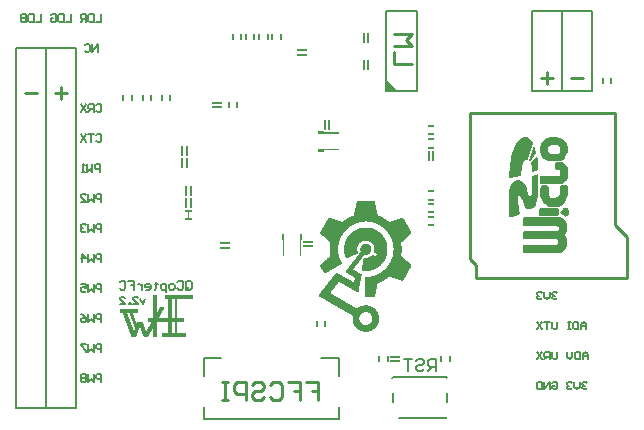
<source format=gbo>
%FSLAX25Y25*%
%MOIN*%
G70*
G01*
G75*
G04 Layer_Color=32896*
%ADD10R,0.05200X0.06000*%
%ADD11R,0.10000X0.03600*%
%ADD12C,0.02800*%
%ADD13R,0.04000X0.02800*%
%ADD14R,0.05400X0.04000*%
%ADD15C,0.04000*%
%ADD16R,0.06000X0.09600*%
%ADD17R,0.09000X0.07000*%
%ADD18R,0.03400X0.02800*%
%ADD19O,0.06496X0.01181*%
%ADD20O,0.01181X0.06496*%
%ADD21R,0.02756X0.00394*%
%ADD22R,0.05512X0.03150*%
%ADD23R,0.01575X0.06400*%
%ADD24R,0.07000X0.04000*%
%ADD25C,0.02400*%
%ADD26C,0.01000*%
%ADD27C,0.00600*%
%ADD28C,0.01400*%
%ADD29C,0.02000*%
%ADD30C,0.01200*%
%ADD31C,0.01600*%
%ADD32C,0.03000*%
%ADD33R,0.05000X0.05000*%
%ADD34R,0.05000X0.05000*%
%ADD35C,0.13780*%
%ADD36C,0.02756*%
%ADD37O,0.04000X0.07000*%
%ADD38O,0.04000X0.05000*%
%ADD39C,0.02400*%
%ADD40C,0.00400*%
%ADD41R,0.07200X0.08600*%
%ADD42R,0.01000X0.05000*%
%ADD43R,0.05600X0.04800*%
%ADD44R,0.06200X0.02800*%
%ADD45R,0.08600X0.04800*%
%ADD46R,0.05600X0.06200*%
%ADD47R,0.03600X0.04400*%
%ADD48R,0.04400X0.03600*%
%ADD49R,0.02800X0.03400*%
G04:AMPARAMS|DCode=50|XSize=37.4mil|YSize=94.49mil|CornerRadius=9.35mil|HoleSize=0mil|Usage=FLASHONLY|Rotation=270.000|XOffset=0mil|YOffset=0mil|HoleType=Round|Shape=RoundedRectangle|*
%AMROUNDEDRECTD50*
21,1,0.03740,0.07579,0,0,270.0*
21,1,0.01870,0.09449,0,0,270.0*
1,1,0.01870,-0.03789,-0.00935*
1,1,0.01870,-0.03789,0.00935*
1,1,0.01870,0.03789,0.00935*
1,1,0.01870,0.03789,-0.00935*
%
%ADD50ROUNDEDRECTD50*%
G04:AMPARAMS|DCode=51|XSize=157.48mil|YSize=94.49mil|CornerRadius=23.62mil|HoleSize=0mil|Usage=FLASHONLY|Rotation=270.000|XOffset=0mil|YOffset=0mil|HoleType=Round|Shape=RoundedRectangle|*
%AMROUNDEDRECTD51*
21,1,0.15748,0.04724,0,0,270.0*
21,1,0.11024,0.09449,0,0,270.0*
1,1,0.04724,-0.02362,-0.05512*
1,1,0.04724,-0.02362,0.05512*
1,1,0.04724,0.02362,0.05512*
1,1,0.04724,0.02362,-0.05512*
%
%ADD51ROUNDEDRECTD51*%
%ADD52C,0.04500*%
%ADD53C,0.03800*%
%ADD54C,0.03000*%
%ADD55C,0.01900*%
%ADD56C,0.02362*%
%ADD57C,0.00800*%
%ADD58C,0.00787*%
%ADD59C,0.00022*%
%ADD60C,0.00500*%
%ADD61R,0.08500X0.02200*%
%ADD62R,0.03400X0.00600*%
%ADD63R,0.05400X0.06200*%
%ADD64R,0.10200X0.03800*%
%ADD65R,0.04200X0.03000*%
%ADD66R,0.05600X0.04200*%
%ADD67R,0.06200X0.09800*%
%ADD68R,0.03600X0.03000*%
%ADD69R,0.02956X0.00594*%
%ADD70R,0.05712X0.03350*%
%ADD71R,0.01775X0.06600*%
%ADD72R,0.07400X0.08800*%
%ADD73R,0.01200X0.05200*%
%ADD74R,0.05800X0.05000*%
%ADD75R,0.06400X0.03000*%
%ADD76R,0.08800X0.05000*%
%ADD77R,0.05800X0.06400*%
%ADD78R,0.03800X0.04600*%
%ADD79R,0.04600X0.03800*%
%ADD80R,0.03000X0.03600*%
%ADD81C,0.01500*%
%ADD82C,0.00044*%
%ADD83C,0.00563*%
%ADD84R,0.00600X0.02400*%
%ADD85R,0.02400X0.00600*%
%ADD86R,0.00600X0.03400*%
%ADD87R,0.01800X0.01402*%
%ADD88R,0.01400X0.01402*%
%ADD89R,0.01539X0.01261*%
G04:AMPARAMS|DCode=90|XSize=87.74mil|YSize=14mil|CornerRadius=0mil|HoleSize=0mil|Usage=FLASHONLY|Rotation=290.000|XOffset=0mil|YOffset=0mil|HoleType=Round|Shape=Rectangle|*
%AMROTATEDRECTD90*
4,1,4,-0.02158,0.03883,-0.00843,0.04362,0.02158,-0.03883,0.00843,-0.04362,-0.02158,0.03883,0.0*
%
%ADD90ROTATEDRECTD90*%

G04:AMPARAMS|DCode=91|XSize=47.59mil|YSize=12.42mil|CornerRadius=0mil|HoleSize=0mil|Usage=FLASHONLY|Rotation=250.000|XOffset=0mil|YOffset=0mil|HoleType=Round|Shape=Rectangle|*
%AMROTATEDRECTD91*
4,1,4,0.00230,0.02448,0.01397,0.02023,-0.00230,-0.02448,-0.01397,-0.02023,0.00230,0.02448,0.0*
%
%ADD91ROTATEDRECTD91*%

%ADD92R,0.06400X0.01400*%
%ADD93R,0.01400X0.13900*%
%ADD94R,0.09400X0.01400*%
%ADD95R,0.07900X0.01400*%
%ADD96R,0.12400X0.01400*%
G04:AMPARAMS|DCode=97|XSize=108mil|YSize=14mil|CornerRadius=0mil|HoleSize=0mil|Usage=FLASHONLY|Rotation=240.000|XOffset=0mil|YOffset=0mil|HoleType=Round|Shape=Rectangle|*
%AMROTATEDRECTD97*
4,1,4,0.02094,0.05027,0.03306,0.04327,-0.02094,-0.05027,-0.03306,-0.04327,0.02094,0.05027,0.0*
%
%ADD97ROTATEDRECTD97*%

G04:AMPARAMS|DCode=98|XSize=47.24mil|YSize=14mil|CornerRadius=0mil|HoleSize=0mil|Usage=FLASHONLY|Rotation=290.000|XOffset=0mil|YOffset=0mil|HoleType=Round|Shape=Rectangle|*
%AMROTATEDRECTD98*
4,1,4,-0.01466,0.01980,-0.00150,0.02459,0.01466,-0.01980,0.00150,-0.02459,-0.01466,0.01980,0.0*
%
%ADD98ROTATEDRECTD98*%

%ADD99R,0.01000X0.13900*%
G04:AMPARAMS|DCode=100|XSize=10mil|YSize=64.85mil|CornerRadius=0mil|HoleSize=0mil|Usage=FLASHONLY|Rotation=200.000|XOffset=0mil|YOffset=0mil|HoleType=Round|Shape=Rectangle|*
%AMROTATEDRECTD100*
4,1,4,-0.00639,0.03218,0.01579,-0.02876,0.00639,-0.03218,-0.01579,0.02876,-0.00639,0.03218,0.0*
%
%ADD100ROTATEDRECTD100*%

%ADD101R,0.01400X0.13900*%
%ADD102R,0.01212X0.00700*%
G04:AMPARAMS|DCode=103|XSize=0mil|YSize=14mil|CornerRadius=0mil|HoleSize=0mil|Usage=FLASHONLY|Rotation=60.000|XOffset=0mil|YOffset=0mil|HoleType=Round|Shape=Rectangle|*
%AMROTATEDRECTD103*
4,1,4,0.00606,-0.00350,-0.00606,0.00350,-0.00606,0.00350,0.00606,-0.00350,0.00606,-0.00350,0.0*
%
%ADD103ROTATEDRECTD103*%

G36*
X174278Y74698D02*
X174078Y73398D01*
X173478Y71598D01*
X172678Y70698D01*
X172078Y70298D01*
X171378Y70198D01*
X170778D01*
X170478Y70398D01*
X169878Y70898D01*
X169478Y71598D01*
X169178Y72798D01*
X168378Y74598D01*
X168178Y74898D01*
X168078Y74998D01*
X167978D01*
X167878Y74898D01*
X167778Y74698D01*
Y72198D01*
X167878Y71098D01*
X168078Y69598D01*
X168178Y68898D01*
X168078Y68498D01*
X167678Y68298D01*
X165978Y67598D01*
X165178Y67498D01*
X164778Y67698D01*
X164678Y67898D01*
Y75398D01*
X164778Y76398D01*
X165078Y77598D01*
X165678Y78798D01*
X166478Y79598D01*
X167278Y79898D01*
X167878D01*
X168478Y79698D01*
X169178Y79398D01*
X169678Y78898D01*
X170178Y78198D01*
X170678Y77098D01*
X170778Y76598D01*
X171078Y75398D01*
X171478Y74198D01*
X171578Y73998D01*
X171778Y73898D01*
X171978Y73998D01*
X172078Y74198D01*
X172178Y75198D01*
Y81203D01*
X174278Y81898D01*
Y74698D01*
D02*
G37*
G36*
X181178Y70198D02*
Y68298D01*
X180778Y67898D01*
X174978D01*
X174778Y68098D01*
Y70398D01*
X174978Y70598D01*
X180778D01*
X181178Y70198D01*
D02*
G37*
G36*
X182978Y85598D02*
X183378Y85298D01*
X183878Y84698D01*
X184278Y83998D01*
X184378Y83298D01*
Y81298D01*
X184178Y80598D01*
X183878Y79998D01*
X183478Y79498D01*
X182778Y78898D01*
X182378Y78698D01*
X181978Y78598D01*
X175078D01*
X174878Y78798D01*
Y80998D01*
X175078Y81198D01*
X181278D01*
X181478Y81298D01*
X181578Y81398D01*
X181678Y81598D01*
X181778Y81998D01*
Y82798D01*
X181678Y82998D01*
X181478Y83198D01*
X181178Y83298D01*
X180578D01*
X180378Y83398D01*
X180178Y83598D01*
X179978Y83898D01*
Y85098D01*
X180078Y85498D01*
X180378Y85798D01*
X180678Y85898D01*
X182278D01*
X182978Y85598D01*
D02*
G37*
G36*
X183778Y78198D02*
X184178Y77798D01*
X184378Y77098D01*
Y75798D01*
X184278Y74798D01*
X184078Y74198D01*
X183678Y73198D01*
X183178Y72498D01*
X182478Y71698D01*
X181578Y71198D01*
X181178Y70998D01*
X180878Y70898D01*
X178378D01*
X177978Y70998D01*
X177578Y71198D01*
X177178Y71498D01*
X176578Y71998D01*
X176078Y72498D01*
X175478Y73398D01*
X175178Y73998D01*
X174978Y74698D01*
X174878Y76098D01*
Y77098D01*
X174978Y77398D01*
X175178Y77698D01*
X175678Y78198D01*
X176278Y78298D01*
X177078Y78198D01*
X177578Y77798D01*
X177878Y77298D01*
Y75198D01*
X178278Y74398D01*
X178778Y73998D01*
X179378Y73898D01*
X179978D01*
X180778Y74198D01*
X181178Y74598D01*
X181478Y75198D01*
Y77098D01*
X181578Y77698D01*
X181878Y78098D01*
X182378Y78298D01*
X182978Y78398D01*
X183478D01*
X183778Y78198D01*
D02*
G37*
G36*
X95678Y59871D02*
X95278D01*
Y54556D01*
X94878D01*
Y61839D01*
X95678D01*
Y59871D01*
D02*
G37*
G36*
X89678Y54556D02*
X89278D01*
Y59871D01*
X88878D01*
Y61839D01*
X89678D01*
Y54556D01*
D02*
G37*
G36*
X58978Y69398D02*
X58078D01*
Y67198D01*
X58978D01*
Y66598D01*
X56578D01*
Y67198D01*
X57478D01*
Y69398D01*
X56578D01*
Y69998D01*
X58978D01*
Y69398D01*
D02*
G37*
G36*
X182678Y67098D02*
X183278Y66598D01*
X183678Y65898D01*
X183978Y65098D01*
X184078Y64098D01*
X183878Y62898D01*
X183578Y62198D01*
X183178Y61798D01*
Y61498D01*
X183578Y60798D01*
X183878Y60198D01*
X183978Y59098D01*
X183878Y57998D01*
X183578Y57098D01*
X183078Y56398D01*
X182378Y55798D01*
X181878Y55598D01*
X169478D01*
X169278Y55798D01*
Y58098D01*
X169481Y58300D01*
X177078Y58398D01*
X180478D01*
X180778Y58498D01*
X181078Y58798D01*
Y59598D01*
X180978Y59898D01*
X180878Y59998D01*
X180378Y60098D01*
X169478D01*
X169278Y60298D01*
Y62698D01*
X169478Y62898D01*
X180678D01*
X180878Y62998D01*
X181078Y63198D01*
X181178Y63398D01*
Y64098D01*
X180978Y64398D01*
X180578Y64598D01*
X169478D01*
X169278Y64798D01*
Y67298D01*
X169478Y67498D01*
X181678D01*
X182678Y67098D01*
D02*
G37*
G36*
X108120Y89798D02*
X102805D01*
Y89398D01*
X100836D01*
Y90198D01*
X108120D01*
Y89798D01*
D02*
G37*
G36*
X102805Y95798D02*
X108120D01*
Y95398D01*
X100836D01*
Y96198D01*
X102805D01*
Y95798D01*
D02*
G37*
G36*
X127597Y109709D02*
X123660D01*
Y113646D01*
X127597Y109709D01*
D02*
G37*
G36*
X181778Y93998D02*
X182578Y93498D01*
X183378Y92798D01*
X183978Y91898D01*
X184178Y90998D01*
Y89398D01*
X183778Y88098D01*
X183178Y87198D01*
X182478Y86498D01*
X181578Y86198D01*
X180178Y86098D01*
X179078D01*
X177778Y86198D01*
X176978Y86598D01*
X176278Y86998D01*
X175678Y87698D01*
X175278Y88498D01*
X174978Y89398D01*
Y90898D01*
X175278Y91698D01*
X175678Y92698D01*
X176578Y93598D01*
X177378Y93998D01*
X178778Y94198D01*
X180778D01*
X181778Y93998D01*
D02*
G37*
G36*
X174178Y86798D02*
X174252Y83189D01*
X172178Y82503D01*
Y84098D01*
X171978Y85498D01*
X173978Y87798D01*
X174178Y86798D01*
D02*
G37*
G36*
X170878Y94098D02*
X171378Y93798D01*
X171878Y93298D01*
X172478Y92598D01*
X172778Y91998D01*
X170978Y86798D01*
X170778Y86698D01*
X170478D01*
X170078Y86598D01*
X169678Y86098D01*
X169378Y85398D01*
X169078Y84598D01*
X168878Y83598D01*
X168778Y82198D01*
Y81498D01*
X168678Y81298D01*
X164978Y80498D01*
X164778Y80598D01*
Y81898D01*
X164878Y83898D01*
X165378Y87898D01*
X166478Y91098D01*
X167478Y92798D01*
X168678Y93798D01*
X169678Y94298D01*
X170478D01*
X170878Y94098D01*
D02*
G37*
G36*
X173278Y90698D02*
X173778Y88798D01*
X171748Y85957D01*
X171678Y86098D01*
X171378Y86498D01*
X173119Y91111D01*
X173278Y90698D01*
D02*
G37*
%LPC*%
G36*
X180578Y91698D02*
X178778D01*
X178178Y91398D01*
X177778Y90898D01*
X177678Y90298D01*
Y89598D01*
X177878Y89098D01*
X178178Y88898D01*
X178778Y88598D01*
X179678Y88498D01*
X180378D01*
X180878Y88698D01*
X181478Y89198D01*
X181678Y89798D01*
X181578Y90698D01*
X181378Y91198D01*
X180978Y91498D01*
X180578Y91698D01*
D02*
G37*
%LPD*%
D26*
X199878Y65038D02*
Y102198D01*
Y65038D02*
X204078Y60838D01*
Y47198D02*
Y60838D01*
X153478Y47198D02*
X204078D01*
X153478D02*
Y51698D01*
X151478Y53698D02*
X153478Y51698D01*
X151478Y102198D02*
X151478Y53698D01*
X151478Y102198D02*
X199878Y102198D01*
X97079Y12496D02*
X101078D01*
Y9497D01*
X99079D01*
X101078D01*
Y6498D01*
X91081Y12496D02*
X95080D01*
Y9497D01*
X93081D01*
X95080D01*
Y6498D01*
X85083Y11496D02*
X86083Y12496D01*
X88082D01*
X89082Y11496D01*
Y7497D01*
X88082Y6498D01*
X86083D01*
X85083Y7497D01*
X79085Y11496D02*
X80085Y12496D01*
X82084D01*
X83084Y11496D01*
Y10496D01*
X82084Y9497D01*
X80085D01*
X79085Y8497D01*
Y7497D01*
X80085Y6498D01*
X82084D01*
X83084Y7497D01*
X77086Y6498D02*
Y12496D01*
X74087D01*
X73087Y11496D01*
Y9497D01*
X74087Y8497D01*
X77086D01*
X71088Y12496D02*
X69088D01*
X70088D01*
Y6498D01*
X71088D01*
X69088D01*
X132176Y118598D02*
X126178D01*
Y122596D01*
Y124596D02*
X132176D01*
X130177Y126595D01*
X132176Y128594D01*
X126178D01*
X17378Y108897D02*
X13379D01*
X15379Y110896D02*
Y106897D01*
X7378Y108897D02*
X3379D01*
X179378Y113997D02*
X175379D01*
X177379Y115996D02*
Y111997D01*
X189378Y113997D02*
X185379D01*
D27*
X107878Y298D02*
Y4298D01*
X101978Y20698D02*
X107878D01*
X62878D02*
X68778D01*
X62878Y14698D02*
Y20698D01*
X107878Y14698D02*
Y20698D01*
X62878Y298D02*
X107878D01*
X62878D02*
Y4298D01*
X123660Y109709D02*
Y136087D01*
X133896Y109709D02*
Y136087D01*
X123660Y109709D02*
X133896D01*
X123660Y136087D02*
X133896D01*
X172378Y136398D02*
X192378D01*
X172378Y109498D02*
X192378D01*
X172378D02*
Y136398D01*
X192378Y109498D02*
Y136398D01*
X182378Y109498D02*
Y136398D01*
X378Y3898D02*
X20378D01*
X378Y123898D02*
X20378D01*
Y3898D02*
Y123898D01*
X10378Y3898D02*
Y123898D01*
X378Y3898D02*
Y123898D01*
X125778Y13898D02*
X126178Y14298D01*
X143578D01*
X143978Y13898D01*
X125878Y5898D02*
Y8898D01*
X127978Y498D02*
X143478D01*
X143978Y5898D02*
Y8898D01*
X143478Y498D02*
X143878Y898D01*
D57*
X140378Y16398D02*
Y20396D01*
X138379D01*
X137712Y19730D01*
Y18397D01*
X138379Y17730D01*
X140378D01*
X139045D02*
X137712Y16398D01*
X133713Y19730D02*
X134380Y20396D01*
X135713D01*
X136379Y19730D01*
Y19063D01*
X135713Y18397D01*
X134380D01*
X133713Y17730D01*
Y17064D01*
X134380Y16398D01*
X135713D01*
X136379Y17064D01*
X132380Y20396D02*
X129715D01*
X131048D01*
Y16398D01*
D60*
X43300Y40200D02*
X42500Y38600D01*
X41701Y40200D01*
X39301Y38600D02*
X40901D01*
X39301Y40200D01*
Y40599D01*
X39701Y40999D01*
X40501D01*
X40901Y40599D01*
X38502Y38600D02*
Y39000D01*
X38102D01*
Y38600D01*
X38502D01*
X34903D02*
X36502D01*
X34903Y40200D01*
Y40599D01*
X35303Y40999D01*
X36102D01*
X36502Y40599D01*
X190378Y30098D02*
Y31830D01*
X189512Y32697D01*
X188645Y31830D01*
Y30098D01*
Y31397D01*
X190378D01*
X187779Y32697D02*
Y30098D01*
X186479D01*
X186046Y30531D01*
Y32264D01*
X186479Y32697D01*
X187779D01*
X185180D02*
X184313D01*
X184747D01*
Y30098D01*
X185180D01*
X184313D01*
X190878Y20098D02*
Y21830D01*
X190012Y22697D01*
X189145Y21830D01*
Y20098D01*
Y21397D01*
X190878D01*
X188279Y22697D02*
Y20098D01*
X186979D01*
X186546Y20531D01*
Y22264D01*
X186979Y22697D01*
X188279D01*
X185680D02*
Y20964D01*
X184813Y20098D01*
X183947Y20964D01*
Y22697D01*
X190778Y12264D02*
X190345Y12697D01*
X189478D01*
X189045Y12264D01*
Y11830D01*
X189478Y11397D01*
X189912D01*
X189478D01*
X189045Y10964D01*
Y10531D01*
X189478Y10098D01*
X190345D01*
X190778Y10531D01*
X188179Y12697D02*
Y10964D01*
X187312Y10098D01*
X186446Y10964D01*
Y12697D01*
X185580Y12264D02*
X185146Y12697D01*
X184280D01*
X183847Y12264D01*
Y11830D01*
X184280Y11397D01*
X184713D01*
X184280D01*
X183847Y10964D01*
Y10531D01*
X184280Y10098D01*
X185146D01*
X185580Y10531D01*
X179045Y12264D02*
X179478Y12697D01*
X180345D01*
X180778Y12264D01*
Y10531D01*
X180345Y10098D01*
X179478D01*
X179045Y10531D01*
Y11397D01*
X179912D01*
X178179Y10098D02*
Y12697D01*
X176446Y10098D01*
Y12697D01*
X175580D02*
Y10098D01*
X174280D01*
X173847Y10531D01*
Y12264D01*
X174280Y12697D01*
X175580D01*
X180778Y22697D02*
Y20531D01*
X180345Y20098D01*
X179478D01*
X179045Y20531D01*
Y22697D01*
X178179Y20098D02*
Y22697D01*
X176879D01*
X176446Y22264D01*
Y21397D01*
X176879Y20964D01*
X178179D01*
X177312D02*
X176446Y20098D01*
X175580Y22697D02*
X173847Y20098D01*
Y22697D02*
X175580Y20098D01*
X180778Y32697D02*
Y30531D01*
X180345Y30098D01*
X179478D01*
X179045Y30531D01*
Y32697D01*
X178179D02*
X176446D01*
X177312D01*
Y30098D01*
X175580Y32697D02*
X173847Y30098D01*
Y32697D02*
X175580Y30098D01*
X180778Y42264D02*
X180345Y42697D01*
X179478D01*
X179045Y42264D01*
Y41830D01*
X179478Y41397D01*
X179912D01*
X179478D01*
X179045Y40964D01*
Y40531D01*
X179478Y40098D01*
X180345D01*
X180778Y40531D01*
X178179Y42697D02*
Y40964D01*
X177312Y40098D01*
X176446Y40964D01*
Y42697D01*
X175580Y42264D02*
X175146Y42697D01*
X174280D01*
X173847Y42264D01*
Y41830D01*
X174280Y41397D01*
X174713D01*
X174280D01*
X173847Y40964D01*
Y40531D01*
X174280Y40098D01*
X175146D01*
X175580Y40531D01*
X8778Y135197D02*
Y132598D01*
X7045D01*
X6179Y135197D02*
Y132598D01*
X4879D01*
X4446Y133031D01*
Y134764D01*
X4879Y135197D01*
X6179D01*
X3580D02*
Y132598D01*
X2280D01*
X1847Y133031D01*
Y133464D01*
X2280Y133897D01*
X3580D01*
X2280D01*
X1847Y134330D01*
Y134764D01*
X2280Y135197D01*
X3580D01*
X18778D02*
Y132598D01*
X17045D01*
X16179Y135197D02*
Y132598D01*
X14879D01*
X14446Y133031D01*
Y134764D01*
X14879Y135197D01*
X16179D01*
X11847Y134764D02*
X12280Y135197D01*
X13147D01*
X13580Y134764D01*
Y133031D01*
X13147Y132598D01*
X12280D01*
X11847Y133031D01*
Y133897D01*
X12713D01*
X27478Y122598D02*
Y125197D01*
X25745Y122598D01*
Y125197D01*
X23146Y124764D02*
X23579Y125197D01*
X24446D01*
X24879Y124764D01*
Y123031D01*
X24446Y122598D01*
X23579D01*
X23146Y123031D01*
X28778Y135197D02*
Y132598D01*
X27045D01*
X26179Y135197D02*
Y132598D01*
X24879D01*
X24446Y133031D01*
Y134764D01*
X24879Y135197D01*
X26179D01*
X23580Y132598D02*
Y135197D01*
X22280D01*
X21847Y134764D01*
Y133897D01*
X22280Y133464D01*
X23580D01*
X22713D02*
X21847Y132598D01*
X27045Y104764D02*
X27478Y105197D01*
X28345D01*
X28778Y104764D01*
Y103031D01*
X28345Y102598D01*
X27478D01*
X27045Y103031D01*
X26179Y102598D02*
Y105197D01*
X24879D01*
X24446Y104764D01*
Y103897D01*
X24879Y103464D01*
X26179D01*
X25312D02*
X24446Y102598D01*
X23580Y105197D02*
X21847Y102598D01*
Y105197D02*
X23580Y102598D01*
X27045Y94764D02*
X27478Y95197D01*
X28345D01*
X28778Y94764D01*
Y93031D01*
X28345Y92598D01*
X27478D01*
X27045Y93031D01*
X26179Y95197D02*
X24446D01*
X25312D01*
Y92598D01*
X23580Y95197D02*
X21847Y92598D01*
Y95197D02*
X23580Y92598D01*
X28378Y82598D02*
Y85197D01*
X27078D01*
X26645Y84764D01*
Y83897D01*
X27078Y83464D01*
X28378D01*
X25779Y85197D02*
Y82598D01*
X24912Y83464D01*
X24046Y82598D01*
Y85197D01*
X23180Y82598D02*
X22313D01*
X22747D01*
Y85197D01*
X23180Y84764D01*
X28778Y72598D02*
Y75197D01*
X27478D01*
X27045Y74764D01*
Y73897D01*
X27478Y73464D01*
X28778D01*
X26179Y75197D02*
Y72598D01*
X25312Y73464D01*
X24446Y72598D01*
Y75197D01*
X21847Y72598D02*
X23580D01*
X21847Y74330D01*
Y74764D01*
X22280Y75197D01*
X23146D01*
X23580Y74764D01*
X28778Y62598D02*
Y65197D01*
X27478D01*
X27045Y64764D01*
Y63897D01*
X27478Y63464D01*
X28778D01*
X26179Y65197D02*
Y62598D01*
X25312Y63464D01*
X24446Y62598D01*
Y65197D01*
X23580Y64764D02*
X23146Y65197D01*
X22280D01*
X21847Y64764D01*
Y64330D01*
X22280Y63897D01*
X22713D01*
X22280D01*
X21847Y63464D01*
Y63031D01*
X22280Y62598D01*
X23146D01*
X23580Y63031D01*
X28778Y52598D02*
Y55197D01*
X27478D01*
X27045Y54764D01*
Y53897D01*
X27478Y53464D01*
X28778D01*
X26179Y55197D02*
Y52598D01*
X25312Y53464D01*
X24446Y52598D01*
Y55197D01*
X22280Y52598D02*
Y55197D01*
X23580Y53897D01*
X21847D01*
X28778Y42598D02*
Y45197D01*
X27478D01*
X27045Y44764D01*
Y43897D01*
X27478Y43464D01*
X28778D01*
X26179Y45197D02*
Y42598D01*
X25312Y43464D01*
X24446Y42598D01*
Y45197D01*
X21847D02*
X23580D01*
Y43897D01*
X22713Y44330D01*
X22280D01*
X21847Y43897D01*
Y43031D01*
X22280Y42598D01*
X23146D01*
X23580Y43031D01*
X28778Y32598D02*
Y35197D01*
X27478D01*
X27045Y34764D01*
Y33897D01*
X27478Y33464D01*
X28778D01*
X26179Y35197D02*
Y32598D01*
X25312Y33464D01*
X24446Y32598D01*
Y35197D01*
X21847D02*
X22713Y34764D01*
X23580Y33897D01*
Y33031D01*
X23146Y32598D01*
X22280D01*
X21847Y33031D01*
Y33464D01*
X22280Y33897D01*
X23580D01*
X28778Y12598D02*
Y15197D01*
X27478D01*
X27045Y14764D01*
Y13897D01*
X27478Y13464D01*
X28778D01*
X26179Y15197D02*
Y12598D01*
X25312Y13464D01*
X24446Y12598D01*
Y15197D01*
X23580Y14764D02*
X23146Y15197D01*
X22280D01*
X21847Y14764D01*
Y14330D01*
X22280Y13897D01*
X21847Y13464D01*
Y13031D01*
X22280Y12598D01*
X23146D01*
X23580Y13031D01*
Y13464D01*
X23146Y13897D01*
X23580Y14330D01*
Y14764D01*
X23146Y13897D02*
X22280D01*
X28778Y22598D02*
Y25197D01*
X27478D01*
X27045Y24764D01*
Y23897D01*
X27478Y23464D01*
X28778D01*
X26179Y25197D02*
Y22598D01*
X25312Y23464D01*
X24446Y22598D01*
Y25197D01*
X23580D02*
X21847D01*
Y24764D01*
X23580Y23031D01*
Y22598D01*
D62*
X67178Y105698D02*
D03*
Y104298D02*
D03*
X126778Y20998D02*
D03*
X126778Y19598D02*
D03*
X69978Y57398D02*
D03*
Y58798D02*
D03*
X97578Y57898D02*
D03*
Y59298D02*
D03*
X95678Y123098D02*
D03*
Y121698D02*
D03*
D81*
X183985Y69198D02*
G03*
X183985Y69198I-707J0D01*
G01*
D82*
X116120Y29692D02*
X117352D01*
X115900Y29736D02*
X117572D01*
X115680Y29780D02*
X117792D01*
X115548Y29824D02*
X117924D01*
X115372Y29868D02*
X118056D01*
X115284Y29912D02*
X118188D01*
X115152Y29956D02*
X118320D01*
X115064Y30000D02*
X118408D01*
X114932Y30044D02*
X118540D01*
X114844Y30088D02*
X118628D01*
X114756Y30132D02*
X118672D01*
X114712Y30176D02*
X118760D01*
X114624Y30220D02*
X118848D01*
X114536Y30264D02*
X118936D01*
X114448Y30308D02*
X118980D01*
X114404Y30352D02*
X119068D01*
X114316Y30396D02*
X119112D01*
X114272Y30440D02*
X119200D01*
X114228Y30484D02*
X119244D01*
X114140Y30528D02*
X119332D01*
X114096Y30572D02*
X119376D01*
X114052Y30616D02*
X119420D01*
X114008Y30660D02*
X119464D01*
X113920Y30704D02*
X119508D01*
X113876Y30748D02*
X119596D01*
X113832Y30792D02*
X119640D01*
X113788Y30836D02*
X119684D01*
X113744Y30880D02*
X119728D01*
X113700Y30924D02*
X119772D01*
X113656Y30968D02*
X119816D01*
X113612Y31012D02*
X119860D01*
X113568Y31056D02*
X119904D01*
X113524Y31100D02*
X119904D01*
X113524Y31144D02*
X119948D01*
X113480Y31188D02*
X119992D01*
X113436Y31232D02*
X120036D01*
X113392Y31276D02*
X120080D01*
X113348Y31320D02*
X120124D01*
X113348Y31364D02*
X120124D01*
X113304Y31408D02*
X120168D01*
X113260Y31452D02*
X120212D01*
X113260Y31496D02*
X120212D01*
X113216Y31540D02*
X120256D01*
X113172Y31584D02*
X116296D01*
X117176D02*
X120300D01*
X113172Y31628D02*
X116120D01*
X117352D02*
X120300D01*
X113128Y31672D02*
X115944D01*
X117484D02*
X120344D01*
X113084Y31716D02*
X115856D01*
X117616D02*
X120388D01*
X113084Y31760D02*
X115724D01*
X117748D02*
X120388D01*
X113040Y31804D02*
X115636D01*
X117792D02*
X120432D01*
X113040Y31848D02*
X115592D01*
X117880D02*
X120432D01*
X112996Y31892D02*
X115504D01*
X117968D02*
X120476D01*
X112996Y31936D02*
X115416D01*
X118056D02*
X120476D01*
X112952Y31980D02*
X115372D01*
X118100D02*
X120520D01*
X112952Y32024D02*
X115328D01*
X118144D02*
X120520D01*
X112908Y32068D02*
X115240D01*
X118232D02*
X120564D01*
X112908Y32112D02*
X115196D01*
X118276D02*
X120564D01*
X112864Y32156D02*
X115152D01*
X118320D02*
X120608D01*
X112864Y32200D02*
X115108D01*
X118364D02*
X120608D01*
X112820Y32244D02*
X115064D01*
X118408D02*
X120652D01*
X112820Y32288D02*
X115020D01*
X118452D02*
X120652D01*
X112776Y32332D02*
X114976D01*
X118496D02*
X120652D01*
X112776Y32376D02*
X114932D01*
X118540D02*
X120696D01*
X112776Y32420D02*
X114888D01*
X118584D02*
X120696D01*
X112732Y32464D02*
X114888D01*
X118584D02*
X120740D01*
X112732Y32508D02*
X114844D01*
X118628D02*
X120740D01*
X112732Y32552D02*
X114800D01*
X118672D02*
X120740D01*
X112688Y32596D02*
X114756D01*
X118716D02*
X120784D01*
X112688Y32640D02*
X114756D01*
X118716D02*
X120784D01*
X112688Y32684D02*
X114712D01*
X118760D02*
X120784D01*
X112644Y32728D02*
X114712D01*
X118760D02*
X120828D01*
X112644Y32772D02*
X114668D01*
X118804D02*
X120828D01*
X112644Y32816D02*
X114624D01*
X118804D02*
X120828D01*
X112644Y32860D02*
X114624D01*
X118848D02*
X120828D01*
X112600Y32904D02*
X114580D01*
X118848D02*
X120872D01*
X112600Y32948D02*
X114580D01*
X118892D02*
X120872D01*
X112600Y32992D02*
X114580D01*
X118892D02*
X120872D01*
X112600Y33036D02*
X114536D01*
X118936D02*
X120872D01*
X112556Y33080D02*
X114536D01*
X118936D02*
X120872D01*
X112556Y33124D02*
X114492D01*
X118936D02*
X120916D01*
X112556Y33168D02*
X114492D01*
X118980D02*
X120916D01*
X112556Y33212D02*
X114492D01*
X118980D02*
X120916D01*
X112556Y33256D02*
X114492D01*
X118980D02*
X120916D01*
X112556Y33300D02*
X114448D01*
X119024D02*
X120916D01*
X112512Y33344D02*
X114448D01*
X119024D02*
X120916D01*
X112512Y33388D02*
X114448D01*
X119024D02*
X120960D01*
X112512Y33432D02*
X114448D01*
X119024D02*
X120960D01*
X112512Y33476D02*
X114404D01*
X119068D02*
X120960D01*
X112512Y33520D02*
X114404D01*
X119068D02*
X120960D01*
X112512Y33564D02*
X114404D01*
X119068D02*
X120960D01*
X112512Y33608D02*
X114404D01*
X119068D02*
X120960D01*
X112512Y33652D02*
X114404D01*
X119068D02*
X120960D01*
X112512Y33696D02*
X114404D01*
X119068D02*
X120960D01*
X112512Y33740D02*
X114404D01*
X119068D02*
X120960D01*
X112512Y33784D02*
X114404D01*
X119068D02*
X120960D01*
X112512Y33828D02*
X114360D01*
X119068D02*
X120960D01*
X112512Y33872D02*
X114360D01*
X119068D02*
X120960D01*
X112512Y33916D02*
X114360D01*
X119068D02*
X120960D01*
X112512Y33960D02*
X114360D01*
X119068D02*
X120960D01*
X112512Y34004D02*
X114404D01*
X119068D02*
X120960D01*
X112512Y34048D02*
X114404D01*
X119068D02*
X120960D01*
X112512Y34092D02*
X114404D01*
X119068D02*
X120960D01*
X112512Y34136D02*
X114404D01*
X119068D02*
X120960D01*
X112512Y34180D02*
X114404D01*
X119068D02*
X120960D01*
X112512Y34224D02*
X114404D01*
X119068D02*
X120960D01*
X112512Y34268D02*
X114404D01*
X119068D02*
X120960D01*
X112512Y34312D02*
X114404D01*
X119068D02*
X120960D01*
X112512Y34356D02*
X114448D01*
X119024D02*
X120960D01*
X112512Y34400D02*
X114448D01*
X119024D02*
X120960D01*
X112512Y34444D02*
X114448D01*
X119024D02*
X120916D01*
X112556Y34488D02*
X114448D01*
X119024D02*
X120916D01*
X112556Y34532D02*
X114492D01*
X118980D02*
X120916D01*
X112556Y34576D02*
X114492D01*
X118980D02*
X120916D01*
X112556Y34620D02*
X114492D01*
X118980D02*
X120916D01*
X112556Y34664D02*
X114492D01*
X118936D02*
X120916D01*
X112556Y34708D02*
X114536D01*
X118936D02*
X120872D01*
X112600Y34752D02*
X114536D01*
X118936D02*
X120872D01*
X112600Y34796D02*
X114580D01*
X118892D02*
X120872D01*
X112600Y34840D02*
X114580D01*
X118892D02*
X120872D01*
X112600Y34884D02*
X114580D01*
X118848D02*
X120872D01*
X112600Y34928D02*
X114624D01*
X118848D02*
X120828D01*
X112512Y34972D02*
X114624D01*
X118804D02*
X120828D01*
X112424Y35016D02*
X114668D01*
X118804D02*
X120828D01*
X112380Y35060D02*
X114712D01*
X118760D02*
X120828D01*
X112292Y35104D02*
X114712D01*
X118760D02*
X120784D01*
X112204Y35148D02*
X114756D01*
X118716D02*
X120784D01*
X112116Y35192D02*
X114756D01*
X118716D02*
X120784D01*
X112072Y35236D02*
X114800D01*
X118672D02*
X120740D01*
X111984Y35280D02*
X114844D01*
X118628D02*
X120740D01*
X111896Y35324D02*
X114888D01*
X118584D02*
X120740D01*
X111808Y35368D02*
X114888D01*
X118584D02*
X120696D01*
X111764Y35412D02*
X114932D01*
X118540D02*
X120696D01*
X111676Y35456D02*
X114976D01*
X118496D02*
X120696D01*
X111588Y35500D02*
X115020D01*
X118452D02*
X120652D01*
X111500Y35544D02*
X115064D01*
X118408D02*
X120652D01*
X111456Y35588D02*
X115108D01*
X118364D02*
X120608D01*
X111368Y35632D02*
X115152D01*
X118320D02*
X120608D01*
X111280Y35676D02*
X115196D01*
X118276D02*
X120564D01*
X111236Y35720D02*
X115240D01*
X118232D02*
X120564D01*
X111148Y35764D02*
X115328D01*
X118144D02*
X120520D01*
X111060Y35808D02*
X115372D01*
X118100D02*
X120520D01*
X110972Y35852D02*
X115416D01*
X118056D02*
X120476D01*
X110928Y35896D02*
X115504D01*
X117968D02*
X120476D01*
X110840Y35940D02*
X115592D01*
X117880D02*
X120432D01*
X110752Y35984D02*
X115636D01*
X117836D02*
X120432D01*
X110664Y36028D02*
X115724D01*
X117748D02*
X120388D01*
X110620Y36072D02*
X115856D01*
X117616D02*
X120388D01*
X110532Y36116D02*
X115944D01*
X117528D02*
X120344D01*
X110444Y36160D02*
X116076D01*
X117352D02*
X120300D01*
X110400Y36204D02*
X116296D01*
X117176D02*
X120300D01*
X110312Y36248D02*
X120256D01*
X110224Y36292D02*
X120212D01*
X110136Y36336D02*
X120212D01*
X110092Y36380D02*
X120168D01*
X110004Y36424D02*
X120124D01*
X109916Y36468D02*
X120124D01*
X109828Y36512D02*
X120080D01*
X109784Y36556D02*
X120036D01*
X109696Y36600D02*
X119992D01*
X109608Y36644D02*
X119948D01*
X109520Y36688D02*
X119904D01*
X109476Y36732D02*
X119904D01*
X109388Y36776D02*
X119860D01*
X109300Y36820D02*
X119816D01*
X109256Y36864D02*
X119772D01*
X109168Y36908D02*
X119728D01*
X109080Y36952D02*
X119684D01*
X108992Y36996D02*
X113744D01*
X113832D02*
X119640D01*
X108948Y37040D02*
X113656D01*
X113876D02*
X119596D01*
X108860Y37084D02*
X113568D01*
X113920D02*
X119508D01*
X108772Y37128D02*
X113480D01*
X114008D02*
X119464D01*
X108684Y37172D02*
X113436D01*
X114052D02*
X119420D01*
X108640Y37216D02*
X113348D01*
X114096D02*
X119376D01*
X108552Y37260D02*
X113260D01*
X114140D02*
X119332D01*
X108464Y37304D02*
X113172D01*
X114228D02*
X119244D01*
X108420Y37348D02*
X113128D01*
X114272D02*
X119200D01*
X108332Y37392D02*
X113040D01*
X114316D02*
X119112D01*
X108244Y37436D02*
X112952D01*
X114404D02*
X119068D01*
X108156Y37480D02*
X112908D01*
X114448D02*
X118980D01*
X108112Y37524D02*
X112820D01*
X114536D02*
X118936D01*
X108024Y37568D02*
X112732D01*
X114624D02*
X118848D01*
X107936Y37612D02*
X112644D01*
X114668D02*
X118760D01*
X107848Y37656D02*
X112600D01*
X114756D02*
X118716D01*
X107804Y37700D02*
X112512D01*
X114844D02*
X118628D01*
X107716Y37744D02*
X112424D01*
X114932D02*
X118496D01*
X107628Y37788D02*
X112336D01*
X115064D02*
X118408D01*
X107584Y37832D02*
X112292D01*
X115152D02*
X118320D01*
X107496Y37876D02*
X112204D01*
X115284D02*
X118188D01*
X107408Y37920D02*
X112116D01*
X115372D02*
X118056D01*
X107320Y37964D02*
X112072D01*
X115548D02*
X117924D01*
X107276Y38008D02*
X111984D01*
X115680D02*
X117792D01*
X107188Y38052D02*
X111896D01*
X115900D02*
X117572D01*
X107100Y38096D02*
X111808D01*
X116164D02*
X117308D01*
X107012Y38140D02*
X111764D01*
X106968Y38184D02*
X111676D01*
X106880Y38228D02*
X111588D01*
X106792Y38272D02*
X111500D01*
X106704Y38316D02*
X111456D01*
X106660Y38360D02*
X111368D01*
X106572Y38404D02*
X111280D01*
X106484Y38448D02*
X111192D01*
X106440Y38492D02*
X111148D01*
X106352Y38536D02*
X111060D01*
X106264Y38580D02*
X110972D01*
X106176Y38624D02*
X110928D01*
X106132Y38668D02*
X110840D01*
X106044Y38712D02*
X110752D01*
X105956Y38756D02*
X110664D01*
X105868Y38800D02*
X110620D01*
X105824Y38844D02*
X110532D01*
X105736Y38888D02*
X110444D01*
X105648Y38932D02*
X110356D01*
X105604Y38976D02*
X110312D01*
X105516Y39020D02*
X110224D01*
X105428Y39064D02*
X110136D01*
X105340Y39108D02*
X110092D01*
X105296Y39152D02*
X110004D01*
X105208Y39196D02*
X109916D01*
X105120Y39240D02*
X109828D01*
X105032Y39284D02*
X109784D01*
X104988Y39328D02*
X109696D01*
X104900Y39372D02*
X109608D01*
X104812Y39416D02*
X109520D01*
X104724Y39460D02*
X109476D01*
X104680Y39504D02*
X109388D01*
X104592Y39548D02*
X109300D01*
X104504Y39592D02*
X109256D01*
X104460Y39636D02*
X109168D01*
X104372Y39680D02*
X109080D01*
X104284Y39724D02*
X108992D01*
X104196Y39768D02*
X108948D01*
X104152Y39812D02*
X108860D01*
X104064Y39856D02*
X108772D01*
X103976Y39900D02*
X108684D01*
X103888Y39944D02*
X108640D01*
X103844Y39988D02*
X108552D01*
X103756Y40032D02*
X108464D01*
X103668Y40076D02*
X108376D01*
X103624Y40120D02*
X108332D01*
X103536Y40164D02*
X108244D01*
X103448Y40208D02*
X108156D01*
X103360Y40252D02*
X108112D01*
X103316Y40296D02*
X108024D01*
X103228Y40340D02*
X107936D01*
X103140Y40384D02*
X107848D01*
X103052Y40428D02*
X107804D01*
X103008Y40472D02*
X107716D01*
X102920Y40516D02*
X107628D01*
X102832Y40560D02*
X107540D01*
X102788Y40604D02*
X107496D01*
X102700Y40648D02*
X107408D01*
X102612Y40692D02*
X107320D01*
X102524Y40736D02*
X107276D01*
X102480Y40780D02*
X107188D01*
X102392Y40824D02*
X107100D01*
X102304Y40868D02*
X107012D01*
X102216Y40912D02*
X106968D01*
X102172Y40956D02*
X106880D01*
X102084Y41000D02*
X106792D01*
X101996Y41044D02*
X106704D01*
X101952Y41088D02*
X106660D01*
X101864Y41132D02*
X106572D01*
X101776Y41176D02*
X106484D01*
X101688Y41220D02*
X106396D01*
X116736D02*
X119552D01*
X101644Y41264D02*
X106352D01*
X116736D02*
X119552D01*
X101556Y41308D02*
X106264D01*
X116736D02*
X119596D01*
X101468Y41352D02*
X106176D01*
X116736D02*
X119596D01*
X101380Y41396D02*
X106132D01*
X116736D02*
X119596D01*
X101336Y41440D02*
X106044D01*
X116736D02*
X119596D01*
X101248Y41484D02*
X105956D01*
X116736D02*
X119640D01*
X101204Y41528D02*
X105868D01*
X116736D02*
X119640D01*
X101204Y41572D02*
X105824D01*
X116736D02*
X119640D01*
X101248Y41616D02*
X105736D01*
X116736D02*
X119640D01*
X101292Y41660D02*
X105648D01*
X116736D02*
X119640D01*
X101336Y41704D02*
X105604D01*
X116736D02*
X119684D01*
X101336Y41748D02*
X105516D01*
X116736D02*
X119684D01*
X101380Y41792D02*
X105428D01*
X116736D02*
X119684D01*
X101424Y41836D02*
X105340D01*
X116736D02*
X119684D01*
X101468Y41880D02*
X105296D01*
X116736D02*
X119684D01*
X101468Y41924D02*
X105208D01*
X116736D02*
X119728D01*
X101512Y41968D02*
X105120D01*
X116736D02*
X119728D01*
X101556Y42012D02*
X105032D01*
X116736D02*
X119728D01*
X101600Y42056D02*
X104988D01*
X116736D02*
X119728D01*
X101644Y42100D02*
X104900D01*
X116736D02*
X119772D01*
X101644Y42144D02*
X104812D01*
X116736D02*
X119772D01*
X101688Y42188D02*
X104724D01*
X116736D02*
X119772D01*
X101732Y42232D02*
X104680D01*
X116736D02*
X119772D01*
X101776Y42276D02*
X104592D01*
X116736D02*
X119772D01*
X101776Y42320D02*
X104548D01*
X116736D02*
X119816D01*
X101820Y42364D02*
X104592D01*
X116736D02*
X119816D01*
X101864Y42408D02*
X104636D01*
X116736D02*
X119816D01*
X101908Y42452D02*
X104636D01*
X116736D02*
X119816D01*
X101952Y42496D02*
X104680D01*
X116736D02*
X119816D01*
X101952Y42540D02*
X104724D01*
X116736D02*
X119860D01*
X101996Y42584D02*
X104768D01*
X116736D02*
X119860D01*
X102040Y42628D02*
X104812D01*
X116736D02*
X119860D01*
X102084Y42672D02*
X104812D01*
X116736D02*
X119860D01*
X102084Y42716D02*
X104856D01*
X116736D02*
X119860D01*
X102128Y42760D02*
X104900D01*
X114008D02*
X114096D01*
X116736D02*
X119904D01*
X102172Y42804D02*
X104944D01*
X113964D02*
X114096D01*
X116736D02*
X119904D01*
X102216Y42848D02*
X104944D01*
X113876D02*
X114096D01*
X116736D02*
X119904D01*
X102260Y42892D02*
X104988D01*
X113788D02*
X114096D01*
X116736D02*
X119904D01*
X102260Y42936D02*
X105032D01*
X113700D02*
X114140D01*
X116736D02*
X119948D01*
X102304Y42980D02*
X105076D01*
X113656D02*
X114140D01*
X116736D02*
X119948D01*
X102348Y43024D02*
X105120D01*
X113568D02*
X114140D01*
X116736D02*
X119948D01*
X102392Y43068D02*
X105120D01*
X113480D02*
X114140D01*
X116736D02*
X119948D01*
X102392Y43112D02*
X105164D01*
X113436D02*
X114140D01*
X116736D02*
X119948D01*
X102436Y43156D02*
X105208D01*
X113348D02*
X114140D01*
X116736D02*
X119992D01*
X102480Y43200D02*
X105252D01*
X113260D02*
X114184D01*
X116736D02*
X119992D01*
X102524Y43244D02*
X105252D01*
X113172D02*
X114184D01*
X116736D02*
X119992D01*
X102568Y43288D02*
X105296D01*
X113128D02*
X114184D01*
X116736D02*
X119992D01*
X102568Y43332D02*
X105340D01*
X113040D02*
X114184D01*
X116736D02*
X119992D01*
X102612Y43376D02*
X105384D01*
X112952D02*
X114184D01*
X116736D02*
X120036D01*
X102656Y43420D02*
X105428D01*
X112864D02*
X114228D01*
X116736D02*
X120036D01*
X102700Y43464D02*
X105428D01*
X112820D02*
X114228D01*
X116736D02*
X120036D01*
X102744Y43508D02*
X105472D01*
X112732D02*
X114228D01*
X116736D02*
X120036D01*
X102744Y43552D02*
X105516D01*
X112644D02*
X114228D01*
X116736D02*
X120080D01*
X102788Y43596D02*
X105560D01*
X112556D02*
X114228D01*
X116736D02*
X120080D01*
X102832Y43640D02*
X105560D01*
X112512D02*
X114272D01*
X116736D02*
X120080D01*
X102876Y43684D02*
X105604D01*
X112424D02*
X114272D01*
X116736D02*
X120080D01*
X102876Y43728D02*
X105648D01*
X112336D02*
X114272D01*
X116736D02*
X120080D01*
X102920Y43772D02*
X105692D01*
X112292D02*
X114272D01*
X116736D02*
X120124D01*
X102964Y43816D02*
X105736D01*
X112204D02*
X114272D01*
X116736D02*
X120124D01*
X103008Y43860D02*
X105736D01*
X112116D02*
X114272D01*
X116736D02*
X120124D01*
X103008Y43904D02*
X105780D01*
X112028D02*
X114316D01*
X116736D02*
X120124D01*
X103052Y43948D02*
X105824D01*
X111984D02*
X114316D01*
X116736D02*
X120124D01*
X103096Y43992D02*
X105868D01*
X111896D02*
X114316D01*
X116736D02*
X120168D01*
X103140Y44036D02*
X105868D01*
X111808D02*
X114316D01*
X116736D02*
X120168D01*
X103184Y44080D02*
X105912D01*
X111720D02*
X114316D01*
X116736D02*
X120168D01*
X103184Y44124D02*
X105956D01*
X111676D02*
X114360D01*
X116736D02*
X120168D01*
X103228Y44168D02*
X106000D01*
X111588D02*
X114360D01*
X116736D02*
X120168D01*
X103272Y44212D02*
X106044D01*
X111500D02*
X114360D01*
X116736D02*
X120212D01*
X103316Y44256D02*
X106044D01*
X111456D02*
X114360D01*
X116736D02*
X120212D01*
X103360Y44300D02*
X106088D01*
X111368D02*
X114360D01*
X116736D02*
X120212D01*
X103360Y44344D02*
X106132D01*
X111280D02*
X114360D01*
X116736D02*
X120212D01*
X103404Y44388D02*
X106176D01*
X111192D02*
X114404D01*
X116736D02*
X120256D01*
X103448Y44432D02*
X106220D01*
X111148D02*
X114404D01*
X116736D02*
X120256D01*
X103492Y44476D02*
X106220D01*
X111060D02*
X114404D01*
X116736D02*
X120256D01*
X103492Y44520D02*
X106264D01*
X110972D02*
X114404D01*
X116736D02*
X120256D01*
X103536Y44564D02*
X106308D01*
X110884D02*
X114404D01*
X116736D02*
X120256D01*
X103580Y44608D02*
X106352D01*
X110840D02*
X114448D01*
X116736D02*
X120300D01*
X103624Y44652D02*
X106352D01*
X110752D02*
X114448D01*
X116736D02*
X120300D01*
X103668Y44696D02*
X106396D01*
X110664D02*
X114448D01*
X116736D02*
X120300D01*
X103668Y44740D02*
X106440D01*
X110576D02*
X114448D01*
X116736D02*
X120300D01*
X103712Y44784D02*
X106484D01*
X110532D02*
X114448D01*
X116736D02*
X120300D01*
X103756Y44828D02*
X106528D01*
X110444D02*
X114492D01*
X116736D02*
X120344D01*
X103800Y44872D02*
X106528D01*
X110356D02*
X114492D01*
X116736D02*
X120344D01*
X103800Y44916D02*
X106572D01*
X110312D02*
X114492D01*
X116736D02*
X120344D01*
X103844Y44960D02*
X106616D01*
X110224D02*
X114492D01*
X116736D02*
X120344D01*
X103888Y45004D02*
X106660D01*
X110136D02*
X114492D01*
X116736D02*
X120388D01*
X103932Y45048D02*
X106660D01*
X110048D02*
X114492D01*
X116736D02*
X120388D01*
X103976Y45092D02*
X106704D01*
X110004D02*
X114536D01*
X116736D02*
X120388D01*
X103976Y45136D02*
X106748D01*
X109916D02*
X114536D01*
X116736D02*
X120388D01*
X104020Y45180D02*
X106792D01*
X109828D02*
X114536D01*
X116736D02*
X120388D01*
X104064Y45224D02*
X106836D01*
X109740D02*
X114536D01*
X116736D02*
X120432D01*
X104108Y45268D02*
X106836D01*
X109696D02*
X114536D01*
X116736D02*
X120432D01*
X104108Y45312D02*
X106880D01*
X109608D02*
X114580D01*
X116736D02*
X120432D01*
X104152Y45356D02*
X106924D01*
X109520D02*
X114580D01*
X116736D02*
X120432D01*
X104196Y45400D02*
X106968D01*
X109476D02*
X114580D01*
X116736D02*
X120432D01*
X104240Y45444D02*
X106968D01*
X109388D02*
X114580D01*
X116736D02*
X120476D01*
X104284Y45488D02*
X107012D01*
X109300D02*
X114580D01*
X116736D02*
X120476D01*
X104284Y45532D02*
X107056D01*
X109212D02*
X114624D01*
X116736D02*
X120476D01*
X104328Y45576D02*
X107100D01*
X109168D02*
X114624D01*
X116736D02*
X120476D01*
X104372Y45620D02*
X107144D01*
X109080D02*
X112864D01*
X112952D02*
X114624D01*
X116736D02*
X120520D01*
X104416Y45664D02*
X107144D01*
X108992D02*
X112776D01*
X112952D02*
X114624D01*
X116736D02*
X120520D01*
X104416Y45708D02*
X107188D01*
X108948D02*
X112688D01*
X112952D02*
X114624D01*
X116736D02*
X120520D01*
X104460Y45752D02*
X107232D01*
X108860D02*
X112644D01*
X112952D02*
X114624D01*
X116736D02*
X120520D01*
X104504Y45796D02*
X107276D01*
X108772D02*
X112556D01*
X112952D02*
X114668D01*
X116736D02*
X120520D01*
X104548Y45840D02*
X107276D01*
X108684D02*
X112468D01*
X112996D02*
X114668D01*
X116736D02*
X120564D01*
X104592Y45884D02*
X107320D01*
X108640D02*
X112380D01*
X112996D02*
X114668D01*
X116736D02*
X120696D01*
X104592Y45928D02*
X107364D01*
X108552D02*
X112336D01*
X112996D02*
X114668D01*
X116736D02*
X120784D01*
X104636Y45972D02*
X107408D01*
X108464D02*
X112248D01*
X112996D02*
X114668D01*
X116736D02*
X120916D01*
X104680Y46016D02*
X107452D01*
X108376D02*
X112160D01*
X112996D02*
X114712D01*
X116736D02*
X121048D01*
X104724Y46060D02*
X107452D01*
X108332D02*
X112072D01*
X113040D02*
X114712D01*
X116736D02*
X121136D01*
X104724Y46104D02*
X107496D01*
X108244D02*
X112028D01*
X113040D02*
X114712D01*
X116736D02*
X121268D01*
X104768Y46148D02*
X107540D01*
X108156D02*
X111940D01*
X113040D02*
X114712D01*
X116736D02*
X121356D01*
X104812Y46192D02*
X107584D01*
X108112D02*
X111852D01*
X113040D02*
X114712D01*
X116736D02*
X121444D01*
X104856Y46236D02*
X107584D01*
X108024D02*
X111808D01*
X113040D02*
X114712D01*
X116736D02*
X121576D01*
X104900Y46280D02*
X107628D01*
X107936D02*
X111720D01*
X113040D02*
X114756D01*
X116736D02*
X121664D01*
X104900Y46324D02*
X107672D01*
X107848D02*
X111632D01*
X113084D02*
X114756D01*
X116736D02*
X121752D01*
X104944Y46368D02*
X107716D01*
X107804D02*
X111544D01*
X113084D02*
X114756D01*
X116736D02*
X121840D01*
X104988Y46412D02*
X111500D01*
X113084D02*
X114756D01*
X116736D02*
X121928D01*
X105032Y46456D02*
X111412D01*
X113084D02*
X114756D01*
X116736D02*
X122016D01*
X105076Y46500D02*
X111324D01*
X113084D02*
X114800D01*
X116736D02*
X122104D01*
X105076Y46544D02*
X111236D01*
X113128D02*
X114800D01*
X116736D02*
X122192D01*
X105120Y46588D02*
X111192D01*
X113128D02*
X114800D01*
X116736D02*
X122280D01*
X105164Y46632D02*
X111104D01*
X113128D02*
X114800D01*
X116736D02*
X122368D01*
X105208Y46676D02*
X111016D01*
X113128D02*
X114800D01*
X116736D02*
X122412D01*
X128880D02*
X129012D01*
X105208Y46720D02*
X110972D01*
X113128D02*
X114844D01*
X116736D02*
X122500D01*
X128748D02*
X129012D01*
X105252Y46764D02*
X110884D01*
X113172D02*
X114844D01*
X116736D02*
X122588D01*
X128616D02*
X129056D01*
X105296Y46808D02*
X110796D01*
X113172D02*
X114844D01*
X116736D02*
X122676D01*
X128440D02*
X129056D01*
X105340Y46852D02*
X110708D01*
X113172D02*
X114844D01*
X116736D02*
X122720D01*
X128308D02*
X129100D01*
X105384Y46896D02*
X110664D01*
X113172D02*
X114844D01*
X116736D02*
X122808D01*
X128176D02*
X129144D01*
X105384Y46940D02*
X110576D01*
X113172D02*
X114844D01*
X116736D02*
X122896D01*
X128044D02*
X129144D01*
X105428Y46984D02*
X110488D01*
X113172D02*
X114888D01*
X116736D02*
X122940D01*
X127912D02*
X129188D01*
X105472Y47028D02*
X110400D01*
X113216D02*
X114888D01*
X116736D02*
X123028D01*
X127780D02*
X129188D01*
X105516Y47072D02*
X110356D01*
X113216D02*
X114888D01*
X116736D02*
X123116D01*
X127648D02*
X129232D01*
X105516Y47116D02*
X110268D01*
X113216D02*
X114888D01*
X116736D02*
X123160D01*
X127516D02*
X129232D01*
X105560Y47160D02*
X110180D01*
X113216D02*
X114888D01*
X116736D02*
X123248D01*
X127384D02*
X129276D01*
X105604Y47204D02*
X110136D01*
X113216D02*
X114932D01*
X116736D02*
X123292D01*
X127252D02*
X129320D01*
X105648Y47248D02*
X110048D01*
X113260D02*
X114932D01*
X116736D02*
X123380D01*
X127120D02*
X129320D01*
X105692Y47292D02*
X109960D01*
X113260D02*
X114932D01*
X116736D02*
X123424D01*
X126988D02*
X129364D01*
X105692Y47336D02*
X109872D01*
X113260D02*
X114932D01*
X116736D02*
X123468D01*
X126812D02*
X129364D01*
X105736Y47380D02*
X109828D01*
X113260D02*
X114932D01*
X116736D02*
X123556D01*
X126680D02*
X129408D01*
X105780Y47424D02*
X109740D01*
X113260D02*
X114976D01*
X116736D02*
X123600D01*
X126548D02*
X129408D01*
X105824Y47468D02*
X109652D01*
X113304D02*
X114976D01*
X116736D02*
X123688D01*
X126416D02*
X129452D01*
X105824Y47512D02*
X109564D01*
X113304D02*
X114976D01*
X116736D02*
X123732D01*
X126284D02*
X129496D01*
X105868Y47556D02*
X109520D01*
X113304D02*
X114976D01*
X116736D02*
X123776D01*
X126152D02*
X129496D01*
X105912Y47600D02*
X109432D01*
X113304D02*
X114976D01*
X117572D02*
X123864D01*
X126020D02*
X129540D01*
X105956Y47644D02*
X109344D01*
X113304D02*
X114976D01*
X117968D02*
X123908D01*
X125888D02*
X129540D01*
X106000Y47688D02*
X109256D01*
X113216D02*
X115020D01*
X118276D02*
X123952D01*
X125756D02*
X129584D01*
X106000Y47732D02*
X109212D01*
X113128D02*
X115020D01*
X118496D02*
X124040D01*
X125624D02*
X129584D01*
X106044Y47776D02*
X109124D01*
X113040D02*
X115020D01*
X118716D02*
X124084D01*
X125492D02*
X129628D01*
X106088Y47820D02*
X109036D01*
X112996D02*
X115020D01*
X118936D02*
X124128D01*
X125360D02*
X129672D01*
X106132Y47864D02*
X108992D01*
X112908D02*
X115020D01*
X119112D02*
X124172D01*
X125228D02*
X129672D01*
X106132Y47908D02*
X108904D01*
X112820D02*
X115064D01*
X119244D02*
X124260D01*
X125096D02*
X129716D01*
X106176Y47952D02*
X108816D01*
X112776D02*
X115064D01*
X119420D02*
X124304D01*
X124964D02*
X129716D01*
X106220Y47996D02*
X108728D01*
X112688D02*
X115064D01*
X119552D02*
X124348D01*
X124788D02*
X129760D01*
X106264Y48040D02*
X108684D01*
X112600D02*
X115064D01*
X119684D02*
X124392D01*
X124656D02*
X129804D01*
X106308Y48084D02*
X108596D01*
X112512D02*
X115064D01*
X119816D02*
X124436D01*
X124524D02*
X129804D01*
X106308Y48128D02*
X108508D01*
X112468D02*
X115064D01*
X119948D02*
X129848D01*
X106352Y48172D02*
X108420D01*
X112380D02*
X115108D01*
X120080D02*
X129848D01*
X106396Y48216D02*
X108376D01*
X112292D02*
X115108D01*
X120168D02*
X129892D01*
X106440Y48260D02*
X108288D01*
X112204D02*
X115108D01*
X120300D02*
X129892D01*
X106484Y48304D02*
X108200D01*
X112160D02*
X115108D01*
X120388D02*
X129936D01*
X106484Y48348D02*
X108156D01*
X112072D02*
X115108D01*
X120476D02*
X129980D01*
X106528Y48392D02*
X108068D01*
X111984D02*
X115152D01*
X120608D02*
X129980D01*
X106572Y48436D02*
X107980D01*
X111940D02*
X115152D01*
X120696D02*
X130024D01*
X106616Y48480D02*
X107892D01*
X111852D02*
X115152D01*
X120784D02*
X130024D01*
X106616Y48524D02*
X107848D01*
X111764D02*
X115064D01*
X120872D02*
X130068D01*
X106660Y48568D02*
X107760D01*
X111676D02*
X114976D01*
X120960D02*
X130068D01*
X106704Y48612D02*
X107672D01*
X111632D02*
X114932D01*
X121048D02*
X130112D01*
X106748Y48656D02*
X107584D01*
X111544D02*
X114844D01*
X121136D02*
X130156D01*
X106792Y48700D02*
X107540D01*
X111456D02*
X114756D01*
X121224D02*
X130156D01*
X106792Y48744D02*
X107452D01*
X111368D02*
X114712D01*
X121312D02*
X130200D01*
X106836Y48788D02*
X107364D01*
X111324D02*
X114624D01*
X121356D02*
X130200D01*
X106880Y48832D02*
X107320D01*
X111236D02*
X114536D01*
X121444D02*
X130244D01*
X106924Y48876D02*
X107232D01*
X111148D02*
X114448D01*
X121532D02*
X130244D01*
X106924Y48920D02*
X107144D01*
X111060D02*
X114404D01*
X121620D02*
X130288D01*
X106968Y48964D02*
X107056D01*
X111016D02*
X114316D01*
X121664D02*
X130332D01*
X110928Y49008D02*
X114228D01*
X121752D02*
X130332D01*
X110840Y49052D02*
X114140D01*
X121796D02*
X130376D01*
X110796Y49096D02*
X114096D01*
X121884D02*
X130376D01*
X103052Y49140D02*
X103184D01*
X110708D02*
X114008D01*
X121928D02*
X130420D01*
X103008Y49184D02*
X103228D01*
X110620D02*
X113920D01*
X122016D02*
X130464D01*
X103008Y49228D02*
X103316D01*
X110532D02*
X113832D01*
X122060D02*
X130464D01*
X102964Y49272D02*
X103404D01*
X110488D02*
X113788D01*
X122148D02*
X130508D01*
X102964Y49316D02*
X103492D01*
X110400D02*
X113700D01*
X122192D02*
X130508D01*
X102920Y49360D02*
X103536D01*
X110312D02*
X113612D01*
X122280D02*
X130552D01*
X102876Y49404D02*
X103624D01*
X110224D02*
X113568D01*
X122324D02*
X130552D01*
X102876Y49448D02*
X103712D01*
X110180D02*
X113480D01*
X122368D02*
X130596D01*
X102832Y49492D02*
X103800D01*
X110136D02*
X113392D01*
X122456D02*
X130640D01*
X102832Y49536D02*
X103844D01*
X110180D02*
X113304D01*
X122500D02*
X130640D01*
X102788Y49580D02*
X103932D01*
X110224D02*
X113260D01*
X122544D02*
X130684D01*
X102788Y49624D02*
X104020D01*
X110224D02*
X113172D01*
X122588D02*
X130684D01*
X102744Y49668D02*
X104064D01*
X110268D02*
X113084D01*
X122676D02*
X130728D01*
X102700Y49712D02*
X104152D01*
X110312D02*
X112996D01*
X122720D02*
X130728D01*
X102700Y49756D02*
X104240D01*
X110356D02*
X112952D01*
X122764D02*
X130772D01*
X102656Y49800D02*
X104328D01*
X110400D02*
X112864D01*
X122808D02*
X130816D01*
X102656Y49844D02*
X104372D01*
X110400D02*
X112776D01*
X122852D02*
X130816D01*
X102612Y49888D02*
X104460D01*
X110444D02*
X112732D01*
X122940D02*
X130860D01*
X102612Y49932D02*
X104548D01*
X110488D02*
X112644D01*
X116252D02*
X117220D01*
X122984D02*
X130860D01*
X102568Y49976D02*
X104636D01*
X110532D02*
X112556D01*
X115812D02*
X117660D01*
X123028D02*
X130904D01*
X102524Y50020D02*
X104680D01*
X110532D02*
X112468D01*
X115504D02*
X117968D01*
X123072D02*
X130904D01*
X102524Y50064D02*
X104768D01*
X110576D02*
X112424D01*
X115504D02*
X118188D01*
X123116D02*
X130948D01*
X102480Y50108D02*
X104856D01*
X110620D02*
X112336D01*
X115504D02*
X118364D01*
X123160D02*
X130992D01*
X102480Y50152D02*
X104944D01*
X110664D02*
X112248D01*
X115548D02*
X118540D01*
X123204D02*
X130992D01*
X102436Y50196D02*
X104988D01*
X110708D02*
X112204D01*
X115548D02*
X118716D01*
X123248D02*
X131036D01*
X102436Y50240D02*
X105076D01*
X110708D02*
X112204D01*
X115548D02*
X118848D01*
X123292D02*
X131036D01*
X102392Y50284D02*
X105164D01*
X110752D02*
X112248D01*
X115548D02*
X118980D01*
X123336D02*
X131080D01*
X102348Y50328D02*
X105208D01*
X110796D02*
X112292D01*
X115548D02*
X119112D01*
X123380D02*
X131124D01*
X102348Y50372D02*
X105296D01*
X110840D02*
X112336D01*
X115548D02*
X119244D01*
X123424D02*
X131124D01*
X102304Y50416D02*
X105384D01*
X110840D02*
X112380D01*
X115592D02*
X119332D01*
X123468D02*
X131168D01*
X102304Y50460D02*
X105472D01*
X110884D02*
X112380D01*
X115592D02*
X119464D01*
X123512D02*
X131168D01*
X102260Y50504D02*
X105516D01*
X110928D02*
X112424D01*
X115592D02*
X119552D01*
X123556D02*
X131212D01*
X102260Y50548D02*
X105604D01*
X110972D02*
X112468D01*
X115592D02*
X119640D01*
X123600D02*
X131212D01*
X102216Y50592D02*
X105692D01*
X111016D02*
X112512D01*
X115592D02*
X119772D01*
X123644D02*
X131256D01*
X102172Y50636D02*
X105780D01*
X111016D02*
X112512D01*
X115636D02*
X119860D01*
X123688D02*
X131300D01*
X102172Y50680D02*
X105824D01*
X111060D02*
X112556D01*
X115636D02*
X119948D01*
X123732D02*
X131300D01*
X102128Y50724D02*
X105912D01*
X111104D02*
X112600D01*
X115636D02*
X120036D01*
X123776D02*
X131344D01*
X102128Y50768D02*
X106000D01*
X111148D02*
X112644D01*
X115636D02*
X120080D01*
X123820D02*
X131344D01*
X102084Y50812D02*
X106044D01*
X111148D02*
X112688D01*
X115636D02*
X120168D01*
X123820D02*
X131388D01*
X102040Y50856D02*
X106132D01*
X111192D02*
X112688D01*
X115636D02*
X120256D01*
X123864D02*
X131388D01*
X102040Y50900D02*
X106220D01*
X111236D02*
X112732D01*
X115680D02*
X120344D01*
X123908D02*
X131432D01*
X101996Y50944D02*
X106308D01*
X111280D02*
X112776D01*
X115680D02*
X120388D01*
X123952D02*
X131476D01*
X101996Y50988D02*
X106352D01*
X111324D02*
X112820D01*
X115680D02*
X120476D01*
X123996D02*
X131476D01*
X101952Y51032D02*
X106440D01*
X111324D02*
X112820D01*
X115680D02*
X120564D01*
X124040D02*
X131520D01*
X101952Y51076D02*
X106528D01*
X111368D02*
X112864D01*
X115680D02*
X120608D01*
X124084D02*
X131520D01*
X101908Y51120D02*
X106616D01*
X111412D02*
X112908D01*
X115680D02*
X120696D01*
X124084D02*
X131564D01*
X101864Y51164D02*
X106660D01*
X111456D02*
X112952D01*
X115724D02*
X120740D01*
X124128D02*
X131564D01*
X101864Y51208D02*
X106748D01*
X111456D02*
X112996D01*
X115724D02*
X120828D01*
X124172D02*
X131608D01*
X101820Y51252D02*
X106836D01*
X111500D02*
X112996D01*
X115724D02*
X120872D01*
X124216D02*
X131652D01*
X101820Y51296D02*
X106924D01*
X111544D02*
X113040D01*
X115724D02*
X120916D01*
X124216D02*
X131652D01*
X101776Y51340D02*
X106968D01*
X111588D02*
X113084D01*
X115724D02*
X121004D01*
X124260D02*
X131696D01*
X101776Y51384D02*
X107056D01*
X111632D02*
X113128D01*
X115724D02*
X121048D01*
X124304D02*
X131696D01*
X101732Y51428D02*
X107144D01*
X111632D02*
X113128D01*
X115768D02*
X121092D01*
X124348D02*
X131740D01*
X101688Y51472D02*
X107188D01*
X111676D02*
X113172D01*
X115768D02*
X121180D01*
X124348D02*
X131784D01*
X101688Y51516D02*
X107276D01*
X111720D02*
X113216D01*
X115768D02*
X121224D01*
X124392D02*
X131784D01*
X101688Y51560D02*
X107364D01*
X111764D02*
X113260D01*
X115768D02*
X121268D01*
X124436D02*
X131784D01*
X101732Y51604D02*
X107452D01*
X111764D02*
X113304D01*
X115768D02*
X121312D01*
X124436D02*
X131740D01*
X101776Y51648D02*
X107496D01*
X111808D02*
X113304D01*
X115812D02*
X121356D01*
X124480D02*
X131696D01*
X101820Y51692D02*
X107584D01*
X111852D02*
X113348D01*
X115812D02*
X121400D01*
X124524D02*
X131652D01*
X101864Y51736D02*
X107672D01*
X111896D02*
X113392D01*
X115812D02*
X121488D01*
X124568D02*
X131564D01*
X101952Y51780D02*
X107760D01*
X111940D02*
X113436D01*
X115812D02*
X121532D01*
X124568D02*
X131520D01*
X101996Y51824D02*
X107804D01*
X111940D02*
X113436D01*
X115812D02*
X121576D01*
X124612D02*
X131476D01*
X102040Y51868D02*
X107892D01*
X111984D02*
X113480D01*
X115812D02*
X121620D01*
X124656D02*
X131432D01*
X102084Y51912D02*
X107980D01*
X112028D02*
X113524D01*
X115856D02*
X121664D01*
X124656D02*
X131388D01*
X102128Y51956D02*
X108024D01*
X112072D02*
X113568D01*
X115856D02*
X121708D01*
X124700D02*
X131344D01*
X102172Y52000D02*
X108112D01*
X112116D02*
X113612D01*
X115856D02*
X121752D01*
X124700D02*
X131300D01*
X102216Y52044D02*
X108200D01*
X112116D02*
X113612D01*
X115856D02*
X121796D01*
X124744D02*
X131256D01*
X102260Y52088D02*
X108288D01*
X112160D02*
X113656D01*
X115856D02*
X121840D01*
X124788D02*
X131212D01*
X102304Y52132D02*
X108332D01*
X112204D02*
X113700D01*
X115856D02*
X121884D01*
X124788D02*
X131168D01*
X102392Y52176D02*
X108420D01*
X112248D02*
X113744D01*
X115900D02*
X121928D01*
X124832D02*
X131080D01*
X102436Y52220D02*
X108508D01*
X112248D02*
X113788D01*
X115900D02*
X121972D01*
X124832D02*
X131036D01*
X102480Y52264D02*
X108596D01*
X112292D02*
X113788D01*
X115900D02*
X121972D01*
X124876D02*
X130992D01*
X102524Y52308D02*
X108552D01*
X112336D02*
X113832D01*
X115900D02*
X122016D01*
X124920D02*
X130948D01*
X102568Y52352D02*
X108552D01*
X112380D02*
X113876D01*
X115900D02*
X122060D01*
X124920D02*
X130904D01*
X102612Y52396D02*
X108508D01*
X112424D02*
X113920D01*
X115944D02*
X122104D01*
X124964D02*
X130860D01*
X102656Y52440D02*
X108508D01*
X112424D02*
X113920D01*
X115944D02*
X122148D01*
X124964D02*
X130816D01*
X102700Y52484D02*
X108464D01*
X112468D02*
X113964D01*
X115944D02*
X122192D01*
X125008D02*
X130772D01*
X102744Y52528D02*
X108464D01*
X112512D02*
X114008D01*
X115944D02*
X122236D01*
X125008D02*
X130728D01*
X102832Y52572D02*
X108420D01*
X112556D02*
X114052D01*
X115944D02*
X122236D01*
X125052D02*
X130640D01*
X102876Y52616D02*
X108376D01*
X112556D02*
X114096D01*
X115944D02*
X122280D01*
X125052D02*
X130596D01*
X102920Y52660D02*
X108376D01*
X112600D02*
X114096D01*
X115988D02*
X122324D01*
X125096D02*
X130552D01*
X102964Y52704D02*
X108332D01*
X112644D02*
X114140D01*
X115988D02*
X122368D01*
X125096D02*
X130508D01*
X103008Y52748D02*
X108332D01*
X112688D02*
X114184D01*
X115988D02*
X122368D01*
X125140D02*
X130464D01*
X103052Y52792D02*
X108288D01*
X112732D02*
X114228D01*
X115988D02*
X122412D01*
X125140D02*
X130420D01*
X103096Y52836D02*
X108288D01*
X112732D02*
X114228D01*
X115988D02*
X122456D01*
X125184D02*
X130376D01*
X103140Y52880D02*
X108244D01*
X112776D02*
X114272D01*
X115988D02*
X122500D01*
X125184D02*
X130332D01*
X103184Y52924D02*
X108244D01*
X112820D02*
X114316D01*
X116032D02*
X122500D01*
X125228D02*
X130288D01*
X103272Y52968D02*
X108244D01*
X112864D02*
X114360D01*
X116032D02*
X122544D01*
X125228D02*
X130200D01*
X103316Y53012D02*
X108200D01*
X112864D02*
X114404D01*
X116032D02*
X122588D01*
X125272D02*
X130156D01*
X103360Y53056D02*
X108200D01*
X112908D02*
X114404D01*
X116032D02*
X122588D01*
X125272D02*
X130112D01*
X103404Y53100D02*
X108156D01*
X112952D02*
X114448D01*
X116032D02*
X122632D01*
X125316D02*
X130068D01*
X103448Y53144D02*
X108156D01*
X112996D02*
X114492D01*
X116076D02*
X122676D01*
X125316D02*
X130024D01*
X103492Y53188D02*
X108112D01*
X113040D02*
X114536D01*
X116076D02*
X122676D01*
X125360D02*
X129980D01*
X103536Y53232D02*
X108112D01*
X113040D02*
X114536D01*
X116076D02*
X122720D01*
X125360D02*
X129936D01*
X103580Y53276D02*
X108068D01*
X113084D02*
X114580D01*
X116076D02*
X122764D01*
X125404D02*
X129892D01*
X103624Y53320D02*
X108068D01*
X113128D02*
X114624D01*
X116076D02*
X122764D01*
X125404D02*
X129848D01*
X103668Y53364D02*
X108068D01*
X113172D02*
X114668D01*
X116076D02*
X122808D01*
X125404D02*
X129760D01*
X103756Y53408D02*
X108024D01*
X113172D02*
X114712D01*
X116120D02*
X122808D01*
X125448D02*
X129716D01*
X103800Y53452D02*
X108024D01*
X113216D02*
X114712D01*
X116120D02*
X122852D01*
X125448D02*
X129672D01*
X103844Y53496D02*
X107980D01*
X113260D02*
X114756D01*
X116120D02*
X122896D01*
X125492D02*
X129628D01*
X103888Y53540D02*
X107980D01*
X113304D02*
X114800D01*
X116120D02*
X122896D01*
X125492D02*
X129584D01*
X103932Y53584D02*
X107980D01*
X113348D02*
X114844D01*
X116120D02*
X122940D01*
X125492D02*
X129540D01*
X103976Y53628D02*
X107936D01*
X113348D02*
X114844D01*
X116120D02*
X122940D01*
X125536D02*
X129496D01*
X104020Y53672D02*
X107936D01*
X113392D02*
X114888D01*
X116164D02*
X122984D01*
X125536D02*
X129452D01*
X104064Y53716D02*
X107892D01*
X113436D02*
X114932D01*
X116164D02*
X122984D01*
X125580D02*
X129408D01*
X104108Y53760D02*
X107892D01*
X113480D02*
X114976D01*
X116164D02*
X123028D01*
X125580D02*
X129320D01*
X104196Y53804D02*
X107892D01*
X113524D02*
X115020D01*
X116164D02*
X123028D01*
X125580D02*
X129276D01*
X104240Y53848D02*
X107848D01*
X113524D02*
X115020D01*
X116164D02*
X123072D01*
X125624D02*
X129232D01*
X104284Y53892D02*
X107848D01*
X113568D02*
X115064D01*
X116208D02*
X123072D01*
X125624D02*
X129188D01*
X104328Y53936D02*
X107848D01*
X113612D02*
X115108D01*
X116208D02*
X116472D01*
X117000D02*
X123116D01*
X125624D02*
X129144D01*
X104372Y53980D02*
X107804D01*
X113656D02*
X115152D01*
X117308D02*
X123116D01*
X125668D02*
X129100D01*
X104416Y54024D02*
X107804D01*
X113656D02*
X115196D01*
X117528D02*
X123160D01*
X125668D02*
X129056D01*
X104460Y54068D02*
X107804D01*
X113700D02*
X115196D01*
X117660D02*
X123160D01*
X125668D02*
X129012D01*
X104504Y54112D02*
X107760D01*
X110268D02*
X110312D01*
X113744D02*
X115240D01*
X117792D02*
X123204D01*
X125712D02*
X128968D01*
X104548Y54156D02*
X107760D01*
X110268D02*
X110400D01*
X113788D02*
X115284D01*
X117924D02*
X123204D01*
X125712D02*
X128880D01*
X104636Y54200D02*
X107760D01*
X110224D02*
X110488D01*
X113832D02*
X115328D01*
X118012D02*
X123204D01*
X125712D02*
X128836D01*
X104680Y54244D02*
X107716D01*
X110224D02*
X110576D01*
X113832D02*
X115328D01*
X118100D02*
X123248D01*
X125756D02*
X128792D01*
X104724Y54288D02*
X107716D01*
X110224D02*
X110708D01*
X113876D02*
X115372D01*
X118188D02*
X119992D01*
X120080D02*
X123248D01*
X125756D02*
X128748D01*
X104768Y54332D02*
X107716D01*
X110180D02*
X110796D01*
X113920D02*
X115416D01*
X118276D02*
X119904D01*
X120080D02*
X123292D01*
X125756D02*
X128704D01*
X104812Y54376D02*
X107672D01*
X110180D02*
X110884D01*
X113964D02*
X115460D01*
X118320D02*
X119816D01*
X120124D02*
X123292D01*
X125756D02*
X128660D01*
X104856Y54420D02*
X107672D01*
X110136D02*
X110972D01*
X113964D02*
X115504D01*
X118408D02*
X119772D01*
X120124D02*
X123292D01*
X125800D02*
X128616D01*
X104900Y54464D02*
X107672D01*
X110136D02*
X111104D01*
X114008D02*
X115504D01*
X118452D02*
X119684D01*
X120168D02*
X123336D01*
X125800D02*
X128572D01*
X104944Y54508D02*
X107672D01*
X110136D02*
X111192D01*
X114052D02*
X115548D01*
X118540D02*
X119596D01*
X120212D02*
X123336D01*
X125800D02*
X128528D01*
X104988Y54552D02*
X107628D01*
X110092D02*
X111280D01*
X114096D02*
X115592D01*
X118584D02*
X119552D01*
X120212D02*
X123380D01*
X125844D02*
X128440D01*
X105076Y54596D02*
X107628D01*
X110092D02*
X111368D01*
X114140D02*
X115636D01*
X118628D02*
X119464D01*
X120256D02*
X123380D01*
X125844D02*
X128396D01*
X105120Y54640D02*
X107628D01*
X110092D02*
X111500D01*
X114140D02*
X115636D01*
X118716D02*
X119376D01*
X120256D02*
X123380D01*
X125844D02*
X128352D01*
X105164Y54684D02*
X107628D01*
X110048D02*
X111588D01*
X114184D02*
X115680D01*
X118760D02*
X119288D01*
X120300D02*
X123424D01*
X125844D02*
X128308D01*
X105208Y54728D02*
X107584D01*
X110048D02*
X111676D01*
X114228D02*
X115724D01*
X118804D02*
X119244D01*
X120300D02*
X123424D01*
X125888D02*
X128264D01*
X105164Y54772D02*
X107584D01*
X110048D02*
X111764D01*
X114272D02*
X115768D01*
X118848D02*
X119156D01*
X120344D02*
X123424D01*
X125888D02*
X128308D01*
X105164Y54816D02*
X107584D01*
X110004D02*
X111896D01*
X114272D02*
X115812D01*
X118892D02*
X119068D01*
X120388D02*
X123468D01*
X125888D02*
X128308D01*
X105164Y54860D02*
X107584D01*
X110004D02*
X111984D01*
X114316D02*
X115812D01*
X118936D02*
X118980D01*
X120388D02*
X123468D01*
X125888D02*
X128308D01*
X105164Y54904D02*
X107540D01*
X110004D02*
X112072D01*
X114360D02*
X115856D01*
X120432D02*
X123468D01*
X125932D02*
X128308D01*
X105164Y54948D02*
X107540D01*
X109960D02*
X112160D01*
X114404D02*
X115900D01*
X120432D02*
X123512D01*
X125932D02*
X128308D01*
X105120Y54992D02*
X107540D01*
X109960D02*
X112292D01*
X114448D02*
X115944D01*
X120476D02*
X123512D01*
X125932D02*
X128352D01*
X105120Y55036D02*
X107540D01*
X109960D02*
X112380D01*
X114448D02*
X115944D01*
X120520D02*
X123512D01*
X125932D02*
X128352D01*
X105120Y55080D02*
X107496D01*
X109916D02*
X112468D01*
X114492D02*
X115988D01*
X120520D02*
X123556D01*
X125932D02*
X128352D01*
X105120Y55124D02*
X107496D01*
X109916D02*
X112556D01*
X114536D02*
X116032D01*
X120564D02*
X123556D01*
X125976D02*
X128352D01*
X105120Y55168D02*
X107496D01*
X109916D02*
X112644D01*
X114580D02*
X116076D01*
X120564D02*
X123556D01*
X125976D02*
X128352D01*
X105120Y55212D02*
X107496D01*
X109916D02*
X112776D01*
X114624D02*
X116120D01*
X120608D02*
X123556D01*
X125976D02*
X128352D01*
X105076Y55256D02*
X107496D01*
X109872D02*
X112864D01*
X114624D02*
X116120D01*
X120608D02*
X123600D01*
X125976D02*
X128352D01*
X105076Y55300D02*
X107452D01*
X109872D02*
X112952D01*
X114668D02*
X116164D01*
X120652D02*
X123600D01*
X125976D02*
X128396D01*
X105076Y55344D02*
X107452D01*
X109872D02*
X113040D01*
X114712D02*
X116208D01*
X116560D02*
X116912D01*
X120696D02*
X123600D01*
X126020D02*
X128396D01*
X105076Y55388D02*
X107452D01*
X109872D02*
X113172D01*
X114756D02*
X116252D01*
X116296D02*
X117176D01*
X120696D02*
X123600D01*
X126020D02*
X128396D01*
X105076Y55432D02*
X107452D01*
X109828D02*
X113260D01*
X114756D02*
X117308D01*
X120740D02*
X123644D01*
X126020D02*
X128396D01*
X105076Y55476D02*
X107452D01*
X109828D02*
X113348D01*
X114800D02*
X117396D01*
X120740D02*
X123644D01*
X126020D02*
X128396D01*
X105076Y55520D02*
X107452D01*
X109828D02*
X113436D01*
X114844D02*
X117484D01*
X120696D02*
X123644D01*
X126020D02*
X128396D01*
X105032Y55564D02*
X107452D01*
X109828D02*
X113568D01*
X114888D02*
X117572D01*
X120608D02*
X123644D01*
X126020D02*
X128396D01*
X105032Y55608D02*
X107408D01*
X109828D02*
X113656D01*
X114888D02*
X117660D01*
X120520D02*
X123644D01*
X126020D02*
X128440D01*
X105032Y55652D02*
X107408D01*
X109784D02*
X113744D01*
X114932D02*
X117704D01*
X120432D02*
X123688D01*
X126064D02*
X128440D01*
X105032Y55696D02*
X107408D01*
X109784D02*
X113832D01*
X114976D02*
X117748D01*
X120388D02*
X123688D01*
X126064D02*
X128440D01*
X105032Y55740D02*
X107408D01*
X109784D02*
X113920D01*
X115020D02*
X117836D01*
X120300D02*
X123688D01*
X126064D02*
X128440D01*
X105032Y55784D02*
X107408D01*
X109784D02*
X113920D01*
X115064D02*
X117880D01*
X120212D02*
X123688D01*
X126064D02*
X128440D01*
X105032Y55828D02*
X107408D01*
X109784D02*
X113920D01*
X115064D02*
X117924D01*
X120124D02*
X123688D01*
X126064D02*
X128440D01*
X105032Y55872D02*
X107408D01*
X109740D02*
X113876D01*
X115108D02*
X117968D01*
X120080D02*
X123688D01*
X126064D02*
X128440D01*
X105032Y55916D02*
X107364D01*
X109740D02*
X113876D01*
X115152D02*
X118012D01*
X119992D02*
X123732D01*
X126064D02*
X128440D01*
X105032Y55960D02*
X107364D01*
X109740D02*
X113832D01*
X115196D02*
X118012D01*
X119904D02*
X123732D01*
X126108D02*
X128440D01*
X104988Y56004D02*
X107364D01*
X109740D02*
X113832D01*
X115240D02*
X118056D01*
X119816D02*
X123732D01*
X126108D02*
X128440D01*
X104988Y56048D02*
X107364D01*
X109740D02*
X113832D01*
X115240D02*
X118100D01*
X119772D02*
X123732D01*
X126108D02*
X128484D01*
X104988Y56092D02*
X107364D01*
X109740D02*
X113832D01*
X115284D02*
X118100D01*
X119684D02*
X123732D01*
X126108D02*
X128484D01*
X104988Y56136D02*
X107364D01*
X109740D02*
X113788D01*
X115328D02*
X118144D01*
X119684D02*
X123732D01*
X126108D02*
X128484D01*
X104988Y56180D02*
X107364D01*
X109696D02*
X113788D01*
X115284D02*
X118188D01*
X119684D02*
X123732D01*
X126108D02*
X128484D01*
X104988Y56224D02*
X107364D01*
X109696D02*
X113788D01*
X115284D02*
X118188D01*
X119684D02*
X123776D01*
X126108D02*
X128484D01*
X104988Y56268D02*
X107364D01*
X109696D02*
X113744D01*
X115240D02*
X118232D01*
X119684D02*
X123776D01*
X126108D02*
X128484D01*
X104988Y56312D02*
X107364D01*
X109696D02*
X113744D01*
X115240D02*
X118232D01*
X119728D02*
X123776D01*
X126108D02*
X128484D01*
X104988Y56356D02*
X107364D01*
X109696D02*
X113744D01*
X115196D02*
X118276D01*
X119728D02*
X123776D01*
X126108D02*
X128484D01*
X104988Y56400D02*
X107320D01*
X109696D02*
X113744D01*
X115196D02*
X118276D01*
X119728D02*
X123776D01*
X126108D02*
X128484D01*
X104988Y56444D02*
X107364D01*
X109696D02*
X113744D01*
X115196D02*
X118276D01*
X119728D02*
X123776D01*
X126108D02*
X128484D01*
X104988Y56488D02*
X107320D01*
X109696D02*
X113700D01*
X115152D02*
X118320D01*
X119772D02*
X123776D01*
X126108D02*
X128484D01*
X104988Y56532D02*
X107320D01*
X109696D02*
X113700D01*
X115152D02*
X118320D01*
X119772D02*
X123776D01*
X126152D02*
X128484D01*
X104988Y56576D02*
X107320D01*
X109696D02*
X113700D01*
X115152D02*
X118320D01*
X119772D02*
X123776D01*
X126152D02*
X128484D01*
X104988Y56620D02*
X107320D01*
X109696D02*
X113700D01*
X115108D02*
X118364D01*
X119772D02*
X123776D01*
X126152D02*
X128484D01*
X104988Y56664D02*
X107320D01*
X109696D02*
X113700D01*
X115108D02*
X118364D01*
X119772D02*
X123776D01*
X126152D02*
X128484D01*
X104988Y56708D02*
X107320D01*
X109696D02*
X113700D01*
X115108D02*
X118364D01*
X119772D02*
X123776D01*
X126152D02*
X128484D01*
X104988Y56752D02*
X107320D01*
X109696D02*
X113700D01*
X115108D02*
X118364D01*
X119772D02*
X123776D01*
X126152D02*
X128484D01*
X104988Y56796D02*
X107320D01*
X109696D02*
X113700D01*
X115108D02*
X118364D01*
X119772D02*
X123776D01*
X126152D02*
X128484D01*
X104988Y56840D02*
X107320D01*
X109696D02*
X113700D01*
X115108D02*
X118364D01*
X119772D02*
X123776D01*
X126152D02*
X128484D01*
X104988Y56884D02*
X107320D01*
X109652D02*
X113700D01*
X115064D02*
X118364D01*
X119772D02*
X123776D01*
X126152D02*
X128484D01*
X104988Y56928D02*
X107320D01*
X109652D02*
X113656D01*
X115108D02*
X118364D01*
X119772D02*
X123776D01*
X126152D02*
X128484D01*
X104988Y56972D02*
X107320D01*
X109652D02*
X113656D01*
X115108D02*
X118364D01*
X119772D02*
X123776D01*
X126152D02*
X128484D01*
X104988Y57016D02*
X107320D01*
X109652D02*
X113656D01*
X115108D02*
X118364D01*
X119772D02*
X123776D01*
X126152D02*
X128484D01*
X104988Y57060D02*
X107320D01*
X109652D02*
X113656D01*
X115064D02*
X118364D01*
X119772D02*
X123776D01*
X126152D02*
X128484D01*
X104988Y57104D02*
X107320D01*
X109652D02*
X113700D01*
X115108D02*
X118364D01*
X119772D02*
X123776D01*
X126152D02*
X128484D01*
X104988Y57148D02*
X107320D01*
X109696D02*
X113700D01*
X115108D02*
X118364D01*
X119772D02*
X123776D01*
X126152D02*
X128484D01*
X104988Y57192D02*
X107320D01*
X109696D02*
X113700D01*
X115108D02*
X118364D01*
X119772D02*
X123776D01*
X126152D02*
X128484D01*
X104988Y57236D02*
X107320D01*
X109696D02*
X113700D01*
X115108D02*
X118364D01*
X119772D02*
X123776D01*
X126152D02*
X128484D01*
X104988Y57280D02*
X107320D01*
X109696D02*
X113700D01*
X115108D02*
X118364D01*
X119772D02*
X123776D01*
X126152D02*
X128484D01*
X104988Y57324D02*
X107320D01*
X109696D02*
X113700D01*
X115108D02*
X118364D01*
X119772D02*
X123776D01*
X126152D02*
X128484D01*
X104988Y57368D02*
X107320D01*
X109696D02*
X113700D01*
X115108D02*
X118320D01*
X119772D02*
X123776D01*
X126152D02*
X128484D01*
X104988Y57412D02*
X107320D01*
X109696D02*
X113700D01*
X115152D02*
X118320D01*
X119772D02*
X123776D01*
X126152D02*
X128484D01*
X104988Y57456D02*
X107320D01*
X109696D02*
X113700D01*
X115152D02*
X118320D01*
X119772D02*
X123776D01*
X126152D02*
X128484D01*
X104988Y57500D02*
X107320D01*
X109696D02*
X113700D01*
X115152D02*
X118320D01*
X119728D02*
X123776D01*
X126108D02*
X128484D01*
X104988Y57544D02*
X107320D01*
X109696D02*
X113744D01*
X115196D02*
X118276D01*
X119728D02*
X123776D01*
X126108D02*
X128484D01*
X104988Y57588D02*
X107364D01*
X109696D02*
X113744D01*
X115196D02*
X118276D01*
X119728D02*
X123776D01*
X126108D02*
X128484D01*
X104988Y57632D02*
X107364D01*
X109696D02*
X113744D01*
X115196D02*
X118232D01*
X119728D02*
X123776D01*
X126108D02*
X128484D01*
X104988Y57676D02*
X107364D01*
X109696D02*
X113744D01*
X115240D02*
X118232D01*
X119728D02*
X123776D01*
X126108D02*
X128484D01*
X104988Y57720D02*
X107364D01*
X109696D02*
X113788D01*
X115240D02*
X118232D01*
X119684D02*
X123776D01*
X126108D02*
X128484D01*
X104988Y57764D02*
X107364D01*
X109696D02*
X113788D01*
X115284D02*
X118188D01*
X119684D02*
X123732D01*
X126108D02*
X128484D01*
X104988Y57808D02*
X107364D01*
X109740D02*
X113788D01*
X115284D02*
X118144D01*
X119684D02*
X123732D01*
X126108D02*
X128484D01*
X104988Y57852D02*
X107364D01*
X109740D02*
X113788D01*
X115328D02*
X118144D01*
X119684D02*
X123732D01*
X126108D02*
X128484D01*
X104988Y57896D02*
X107364D01*
X109740D02*
X113832D01*
X115372D02*
X118100D01*
X119640D02*
X123732D01*
X126108D02*
X128484D01*
X104988Y57940D02*
X107364D01*
X109740D02*
X113832D01*
X115372D02*
X118100D01*
X119640D02*
X123732D01*
X126108D02*
X128440D01*
X104988Y57984D02*
X107364D01*
X109740D02*
X113832D01*
X115416D02*
X118056D01*
X119640D02*
X123732D01*
X126108D02*
X128440D01*
X105032Y58028D02*
X107364D01*
X109740D02*
X113876D01*
X115460D02*
X118012D01*
X119596D02*
X123732D01*
X126064D02*
X128440D01*
X105032Y58072D02*
X107408D01*
X109740D02*
X113876D01*
X115504D02*
X117968D01*
X119596D02*
X123732D01*
X126064D02*
X128440D01*
X105032Y58116D02*
X107408D01*
X109784D02*
X113876D01*
X115548D02*
X117924D01*
X119596D02*
X123688D01*
X126064D02*
X128440D01*
X105032Y58160D02*
X107408D01*
X109784D02*
X113920D01*
X115592D02*
X117880D01*
X119552D02*
X123688D01*
X126064D02*
X128440D01*
X105032Y58204D02*
X107408D01*
X109784D02*
X113920D01*
X115636D02*
X117836D01*
X119552D02*
X123688D01*
X126064D02*
X128440D01*
X105032Y58248D02*
X107408D01*
X109784D02*
X113964D01*
X115680D02*
X117792D01*
X119508D02*
X123688D01*
X126064D02*
X128440D01*
X105032Y58292D02*
X107408D01*
X109784D02*
X113964D01*
X115724D02*
X117748D01*
X119508D02*
X123688D01*
X126064D02*
X128440D01*
X105032Y58336D02*
X107408D01*
X109784D02*
X114008D01*
X115768D02*
X117704D01*
X119464D02*
X123644D01*
X126064D02*
X128440D01*
X105032Y58380D02*
X107408D01*
X109828D02*
X114008D01*
X115856D02*
X117616D01*
X119464D02*
X123644D01*
X126020D02*
X128440D01*
X105076Y58424D02*
X107452D01*
X109828D02*
X114052D01*
X115900D02*
X117528D01*
X119420D02*
X123644D01*
X126020D02*
X128396D01*
X105076Y58468D02*
X107452D01*
X109828D02*
X114052D01*
X115988D02*
X117440D01*
X119420D02*
X123644D01*
X126020D02*
X128396D01*
X105076Y58512D02*
X107452D01*
X109828D02*
X114096D01*
X116120D02*
X117352D01*
X119376D02*
X123644D01*
X126020D02*
X128396D01*
X105076Y58556D02*
X107452D01*
X109828D02*
X114096D01*
X116208D02*
X117264D01*
X119376D02*
X123600D01*
X126020D02*
X128396D01*
X105076Y58600D02*
X107452D01*
X109872D02*
X114140D01*
X116384D02*
X117088D01*
X119332D02*
X123600D01*
X126020D02*
X128396D01*
X105076Y58644D02*
X107452D01*
X109872D02*
X114184D01*
X119288D02*
X123600D01*
X125976D02*
X128396D01*
X105076Y58688D02*
X107496D01*
X109872D02*
X114184D01*
X119288D02*
X123600D01*
X125976D02*
X128396D01*
X105076Y58732D02*
X107496D01*
X109872D02*
X114228D01*
X119244D02*
X123556D01*
X125976D02*
X128352D01*
X105120Y58776D02*
X107496D01*
X109916D02*
X114272D01*
X119200D02*
X123556D01*
X125976D02*
X128352D01*
X105120Y58820D02*
X107496D01*
X109916D02*
X114272D01*
X119200D02*
X123556D01*
X125976D02*
X128352D01*
X105120Y58864D02*
X107496D01*
X109916D02*
X114316D01*
X119156D02*
X123556D01*
X125976D02*
X128352D01*
X105120Y58908D02*
X107540D01*
X109916D02*
X114360D01*
X119112D02*
X123512D01*
X125932D02*
X128352D01*
X105120Y58952D02*
X107540D01*
X109960D02*
X114404D01*
X119068D02*
X123512D01*
X125932D02*
X128352D01*
X105120Y58996D02*
X107540D01*
X109960D02*
X114448D01*
X119024D02*
X123512D01*
X125932D02*
X128308D01*
X105164Y59040D02*
X107540D01*
X109960D02*
X114448D01*
X118980D02*
X123512D01*
X125932D02*
X128308D01*
X105164Y59084D02*
X107540D01*
X110004D02*
X114492D01*
X118936D02*
X123468D01*
X125888D02*
X128308D01*
X105164Y59128D02*
X107584D01*
X110004D02*
X114536D01*
X118936D02*
X123468D01*
X125888D02*
X128308D01*
X105164Y59172D02*
X107584D01*
X110004D02*
X114580D01*
X118892D02*
X123468D01*
X125888D02*
X128308D01*
X105164Y59216D02*
X107584D01*
X110048D02*
X114624D01*
X118804D02*
X123424D01*
X125888D02*
X128308D01*
X105164Y59260D02*
X107584D01*
X110048D02*
X114668D01*
X118760D02*
X123424D01*
X125844D02*
X128308D01*
X105120Y59304D02*
X107628D01*
X110048D02*
X114756D01*
X118716D02*
X123424D01*
X125844D02*
X128352D01*
X105076Y59348D02*
X107628D01*
X110092D02*
X114800D01*
X118672D02*
X123380D01*
X125844D02*
X128396D01*
X105032Y59392D02*
X107628D01*
X110092D02*
X114844D01*
X118628D02*
X123380D01*
X125844D02*
X128440D01*
X104988Y59436D02*
X107628D01*
X110092D02*
X114888D01*
X118584D02*
X123380D01*
X125800D02*
X128484D01*
X104944Y59480D02*
X107672D01*
X110136D02*
X114976D01*
X118496D02*
X123336D01*
X125800D02*
X128528D01*
X104900Y59524D02*
X107672D01*
X110136D02*
X115020D01*
X118452D02*
X123336D01*
X125800D02*
X128572D01*
X104856Y59568D02*
X107672D01*
X110180D02*
X115108D01*
X118364D02*
X123292D01*
X125800D02*
X128616D01*
X104768Y59612D02*
X107716D01*
X110180D02*
X115152D01*
X118320D02*
X123292D01*
X125756D02*
X128660D01*
X104724Y59656D02*
X107716D01*
X110180D02*
X115240D01*
X118232D02*
X123292D01*
X125756D02*
X128748D01*
X104680Y59700D02*
X107716D01*
X110224D02*
X115328D01*
X118144D02*
X123248D01*
X125756D02*
X128792D01*
X104636Y59744D02*
X107716D01*
X110224D02*
X115416D01*
X118056D02*
X123248D01*
X125712D02*
X128836D01*
X104592Y59788D02*
X107760D01*
X110268D02*
X115504D01*
X117968D02*
X123204D01*
X125712D02*
X128880D01*
X104548Y59832D02*
X107760D01*
X110268D02*
X115592D01*
X117836D02*
X123204D01*
X125712D02*
X128924D01*
X104504Y59876D02*
X107760D01*
X110268D02*
X115724D01*
X117748D02*
X123160D01*
X125668D02*
X128968D01*
X104460Y59920D02*
X107804D01*
X110312D02*
X115856D01*
X117616D02*
X123160D01*
X125668D02*
X129012D01*
X104416Y59964D02*
X107804D01*
X110312D02*
X116032D01*
X117440D02*
X123160D01*
X125668D02*
X129056D01*
X104328Y60008D02*
X107804D01*
X110356D02*
X116252D01*
X117220D02*
X123116D01*
X125624D02*
X129100D01*
X104284Y60052D02*
X107848D01*
X110356D02*
X123116D01*
X125624D02*
X129144D01*
X104240Y60096D02*
X107848D01*
X110400D02*
X123072D01*
X125624D02*
X129232D01*
X104196Y60140D02*
X107848D01*
X110400D02*
X123072D01*
X125580D02*
X129276D01*
X104152Y60184D02*
X107892D01*
X110444D02*
X123028D01*
X125580D02*
X129320D01*
X104108Y60228D02*
X107892D01*
X110444D02*
X123028D01*
X125580D02*
X129364D01*
X104064Y60272D02*
X107936D01*
X110488D02*
X122984D01*
X125536D02*
X129408D01*
X104020Y60316D02*
X107936D01*
X110488D02*
X122984D01*
X125536D02*
X129452D01*
X103976Y60360D02*
X107936D01*
X110532D02*
X122940D01*
X125536D02*
X129496D01*
X103932Y60404D02*
X107980D01*
X110532D02*
X122896D01*
X125492D02*
X129540D01*
X103844Y60448D02*
X107980D01*
X110576D02*
X122896D01*
X125492D02*
X129584D01*
X103800Y60492D02*
X107980D01*
X110620D02*
X122852D01*
X125448D02*
X129672D01*
X103756Y60536D02*
X108024D01*
X110620D02*
X122852D01*
X125448D02*
X129716D01*
X103712Y60580D02*
X108024D01*
X110664D02*
X122808D01*
X125448D02*
X129760D01*
X103668Y60624D02*
X108068D01*
X110664D02*
X122808D01*
X125404D02*
X129804D01*
X103624Y60668D02*
X108068D01*
X110708D02*
X122764D01*
X125404D02*
X129848D01*
X103580Y60712D02*
X108112D01*
X110752D02*
X122720D01*
X125360D02*
X129892D01*
X103536Y60756D02*
X108112D01*
X110752D02*
X122720D01*
X125360D02*
X129936D01*
X103492Y60800D02*
X108112D01*
X110796D02*
X122676D01*
X125316D02*
X129980D01*
X103404Y60844D02*
X108156D01*
X110796D02*
X122632D01*
X125316D02*
X130024D01*
X103360Y60888D02*
X108156D01*
X110840D02*
X122632D01*
X125316D02*
X130112D01*
X103316Y60932D02*
X108200D01*
X110884D02*
X122588D01*
X125272D02*
X130156D01*
X103272Y60976D02*
X108200D01*
X110884D02*
X122544D01*
X125272D02*
X130200D01*
X103228Y61020D02*
X108244D01*
X110928D02*
X122544D01*
X125228D02*
X130244D01*
X103184Y61064D02*
X108244D01*
X110972D02*
X122500D01*
X125228D02*
X130288D01*
X103140Y61108D02*
X108288D01*
X111016D02*
X122456D01*
X125184D02*
X130332D01*
X103096Y61152D02*
X108288D01*
X111016D02*
X122456D01*
X125184D02*
X130376D01*
X103052Y61196D02*
X108332D01*
X111060D02*
X122412D01*
X125140D02*
X130420D01*
X102964Y61240D02*
X108332D01*
X111104D02*
X122368D01*
X125140D02*
X130464D01*
X102920Y61284D02*
X108376D01*
X111104D02*
X122324D01*
X125096D02*
X130552D01*
X102876Y61328D02*
X108376D01*
X111148D02*
X122324D01*
X125096D02*
X130596D01*
X102832Y61372D02*
X108420D01*
X111192D02*
X122280D01*
X125052D02*
X130640D01*
X102788Y61416D02*
X108420D01*
X111236D02*
X122236D01*
X125052D02*
X130684D01*
X102744Y61460D02*
X108464D01*
X111280D02*
X122192D01*
X125008D02*
X130728D01*
X102700Y61504D02*
X108464D01*
X111280D02*
X122148D01*
X125008D02*
X130772D01*
X102656Y61548D02*
X108508D01*
X111324D02*
X122148D01*
X124964D02*
X130816D01*
X102612Y61592D02*
X108508D01*
X111368D02*
X122104D01*
X124920D02*
X130860D01*
X102524Y61636D02*
X108552D01*
X111412D02*
X122060D01*
X124920D02*
X130904D01*
X102480Y61680D02*
X108596D01*
X111456D02*
X122016D01*
X124876D02*
X130992D01*
X102436Y61724D02*
X108596D01*
X111500D02*
X121972D01*
X124876D02*
X131036D01*
X102392Y61768D02*
X108640D01*
X111544D02*
X121928D01*
X124832D02*
X131080D01*
X102348Y61812D02*
X108640D01*
X111588D02*
X121884D01*
X124832D02*
X131124D01*
X102304Y61856D02*
X108684D01*
X111632D02*
X121840D01*
X124788D02*
X131168D01*
X102260Y61900D02*
X108684D01*
X111676D02*
X121796D01*
X124744D02*
X131212D01*
X102216Y61944D02*
X108728D01*
X111720D02*
X121752D01*
X124744D02*
X131256D01*
X102172Y61988D02*
X108772D01*
X111764D02*
X121708D01*
X124700D02*
X131300D01*
X102128Y62032D02*
X108772D01*
X111808D02*
X121664D01*
X124700D02*
X131344D01*
X102040Y62076D02*
X108816D01*
X111852D02*
X121620D01*
X124656D02*
X131432D01*
X101996Y62120D02*
X108860D01*
X111896D02*
X121576D01*
X124612D02*
X131476D01*
X101952Y62164D02*
X108860D01*
X111940D02*
X121532D01*
X124612D02*
X131520D01*
X101908Y62208D02*
X108904D01*
X111984D02*
X121488D01*
X124568D02*
X131564D01*
X101864Y62252D02*
X108948D01*
X112028D02*
X121444D01*
X124524D02*
X131608D01*
X101820Y62296D02*
X108948D01*
X112072D02*
X121400D01*
X124524D02*
X131652D01*
X101776Y62340D02*
X108992D01*
X112116D02*
X121356D01*
X124480D02*
X131696D01*
X101732Y62384D02*
X109036D01*
X112160D02*
X121312D01*
X124436D02*
X131740D01*
X101688Y62428D02*
X109036D01*
X112204D02*
X121224D01*
X124392D02*
X131784D01*
X101688Y62472D02*
X109080D01*
X112292D02*
X121180D01*
X124392D02*
X131784D01*
X101732Y62516D02*
X109124D01*
X112336D02*
X121136D01*
X124348D02*
X131740D01*
X101732Y62560D02*
X109168D01*
X112380D02*
X121092D01*
X124304D02*
X131740D01*
X101776Y62604D02*
X109168D01*
X112424D02*
X121004D01*
X124304D02*
X131696D01*
X101776Y62648D02*
X109212D01*
X112512D02*
X120960D01*
X124260D02*
X131696D01*
X101820Y62692D02*
X109256D01*
X112556D02*
X120916D01*
X124216D02*
X131652D01*
X101864Y62736D02*
X109300D01*
X112644D02*
X120828D01*
X124172D02*
X131608D01*
X101864Y62780D02*
X109300D01*
X112688D02*
X120784D01*
X124172D02*
X131608D01*
X101908Y62824D02*
X109344D01*
X112732D02*
X120696D01*
X124128D02*
X131564D01*
X101908Y62868D02*
X109388D01*
X112820D02*
X120652D01*
X124084D02*
X131564D01*
X101952Y62912D02*
X109432D01*
X112864D02*
X120564D01*
X124040D02*
X131520D01*
X101952Y62956D02*
X109476D01*
X112952D02*
X120520D01*
X123996D02*
X131476D01*
X101996Y63000D02*
X109476D01*
X113040D02*
X120432D01*
X123996D02*
X131476D01*
X102040Y63044D02*
X109520D01*
X113084D02*
X120388D01*
X123952D02*
X131432D01*
X102040Y63088D02*
X109564D01*
X113172D02*
X120300D01*
X123908D02*
X131432D01*
X102084Y63132D02*
X109608D01*
X113260D02*
X120212D01*
X123864D02*
X131388D01*
X102084Y63176D02*
X109652D01*
X113304D02*
X120168D01*
X123820D02*
X131388D01*
X102128Y63220D02*
X109696D01*
X113392D02*
X120080D01*
X123776D02*
X131344D01*
X102128Y63264D02*
X109740D01*
X113480D02*
X119992D01*
X123732D02*
X131300D01*
X102172Y63308D02*
X109740D01*
X113568D02*
X119904D01*
X123688D02*
X131300D01*
X102216Y63352D02*
X109784D01*
X113656D02*
X119816D01*
X123688D02*
X131256D01*
X102216Y63396D02*
X109828D01*
X113744D02*
X119728D01*
X123644D02*
X131256D01*
X102260Y63440D02*
X109872D01*
X113832D02*
X119640D01*
X123600D02*
X131212D01*
X102260Y63484D02*
X109916D01*
X113964D02*
X119508D01*
X123556D02*
X131212D01*
X102304Y63528D02*
X109960D01*
X114052D02*
X119420D01*
X123512D02*
X131168D01*
X102348Y63572D02*
X110004D01*
X114184D02*
X119288D01*
X123468D02*
X131124D01*
X102348Y63616D02*
X110048D01*
X114272D02*
X119200D01*
X123424D02*
X131124D01*
X102392Y63660D02*
X110092D01*
X114404D02*
X119068D01*
X123380D02*
X131080D01*
X102392Y63704D02*
X110136D01*
X114536D02*
X118936D01*
X123336D02*
X131080D01*
X102436Y63748D02*
X110180D01*
X114668D02*
X118804D01*
X123292D02*
X131036D01*
X102436Y63792D02*
X110224D01*
X114800D02*
X118628D01*
X123248D02*
X131036D01*
X102480Y63836D02*
X110268D01*
X114976D02*
X118496D01*
X123204D02*
X130992D01*
X102524Y63880D02*
X110312D01*
X115152D02*
X118320D01*
X123160D02*
X130948D01*
X102524Y63924D02*
X110356D01*
X115372D02*
X118100D01*
X123116D02*
X130948D01*
X102568Y63968D02*
X110400D01*
X115636D02*
X117836D01*
X123072D02*
X130904D01*
X102568Y64012D02*
X110444D01*
X115944D02*
X117528D01*
X122984D02*
X130904D01*
X102612Y64056D02*
X110532D01*
X116604D02*
X116648D01*
X116824D02*
X116868D01*
X122940D02*
X130860D01*
X102612Y64100D02*
X110576D01*
X122896D02*
X130816D01*
X102656Y64144D02*
X110620D01*
X122852D02*
X130816D01*
X102700Y64188D02*
X110664D01*
X122808D02*
X130772D01*
X102700Y64232D02*
X110708D01*
X122764D02*
X130772D01*
X102744Y64276D02*
X110796D01*
X122676D02*
X130728D01*
X102744Y64320D02*
X110840D01*
X122632D02*
X130728D01*
X102788Y64364D02*
X110884D01*
X122588D02*
X130684D01*
X102788Y64408D02*
X110928D01*
X122544D02*
X130640D01*
X102832Y64452D02*
X111016D01*
X122456D02*
X130640D01*
X102876Y64496D02*
X111060D01*
X122412D02*
X130596D01*
X102876Y64540D02*
X111104D01*
X122368D02*
X130596D01*
X102920Y64584D02*
X111192D01*
X122280D02*
X130552D01*
X102920Y64628D02*
X111236D01*
X122236D02*
X130552D01*
X102964Y64672D02*
X111280D01*
X122192D02*
X130508D01*
X102964Y64716D02*
X111368D01*
X122104D02*
X130464D01*
X103008Y64760D02*
X111412D01*
X122060D02*
X130464D01*
X103052Y64804D02*
X111500D01*
X121972D02*
X130420D01*
X103052Y64848D02*
X111544D01*
X121928D02*
X130420D01*
X103096Y64892D02*
X111632D01*
X121840D02*
X130376D01*
X103096Y64936D02*
X111676D01*
X121796D02*
X130376D01*
X103140Y64980D02*
X111764D01*
X121708D02*
X130332D01*
X103184Y65024D02*
X111808D01*
X121620D02*
X130288D01*
X103184Y65068D02*
X111896D01*
X121576D02*
X130288D01*
X103228Y65112D02*
X111984D01*
X121488D02*
X130244D01*
X103228Y65156D02*
X112028D01*
X121400D02*
X130244D01*
X103272Y65200D02*
X112116D01*
X121356D02*
X130200D01*
X103272Y65244D02*
X112204D01*
X121268D02*
X130156D01*
X103316Y65288D02*
X112292D01*
X121180D02*
X130156D01*
X103360Y65332D02*
X112380D01*
X121092D02*
X130112D01*
X103360Y65376D02*
X112468D01*
X121004D02*
X130112D01*
X103404Y65420D02*
X112556D01*
X120916D02*
X130068D01*
X103404Y65464D02*
X112644D01*
X120828D02*
X130068D01*
X103448Y65508D02*
X112732D01*
X120740D02*
X130024D01*
X103448Y65552D02*
X112820D01*
X120652D02*
X129980D01*
X103492Y65596D02*
X112908D01*
X120564D02*
X129980D01*
X103536Y65640D02*
X112996D01*
X120432D02*
X129936D01*
X103536Y65684D02*
X113128D01*
X120344D02*
X129936D01*
X103580Y65728D02*
X113216D01*
X120256D02*
X129892D01*
X103580Y65772D02*
X113348D01*
X120124D02*
X129892D01*
X103624Y65816D02*
X113436D01*
X119992D02*
X129848D01*
X103624Y65860D02*
X113568D01*
X119904D02*
X129804D01*
X103668Y65904D02*
X108860D01*
X109036D02*
X113700D01*
X119772D02*
X124436D01*
X124612D02*
X129804D01*
X103712Y65948D02*
X108728D01*
X109080D02*
X113832D01*
X119640D02*
X124392D01*
X124744D02*
X129760D01*
X103712Y65992D02*
X108596D01*
X109168D02*
X113964D01*
X119508D02*
X124304D01*
X124876D02*
X129760D01*
X103756Y66036D02*
X108464D01*
X109212D02*
X114140D01*
X119332D02*
X124260D01*
X125008D02*
X129716D01*
X103756Y66080D02*
X108332D01*
X109256D02*
X114272D01*
X119200D02*
X124216D01*
X125140D02*
X129716D01*
X103800Y66124D02*
X108200D01*
X109300D02*
X114448D01*
X119024D02*
X124172D01*
X125272D02*
X129672D01*
X103844Y66168D02*
X108068D01*
X109344D02*
X114624D01*
X118848D02*
X124128D01*
X125404D02*
X129628D01*
X103844Y66212D02*
X107936D01*
X109432D02*
X114844D01*
X118628D02*
X124040D01*
X125536D02*
X129628D01*
X103888Y66256D02*
X107804D01*
X109476D02*
X115064D01*
X118408D02*
X123996D01*
X125668D02*
X129584D01*
X103888Y66300D02*
X107628D01*
X109520D02*
X115328D01*
X118144D02*
X123952D01*
X125800D02*
X129584D01*
X103932Y66344D02*
X107496D01*
X109564D02*
X115636D01*
X117836D02*
X123864D01*
X125932D02*
X129540D01*
X103932Y66388D02*
X107364D01*
X109652D02*
X116120D01*
X116164D02*
X116208D01*
X117352D02*
X123820D01*
X126108D02*
X129496D01*
X103976Y66432D02*
X107232D01*
X109696D02*
X123776D01*
X126240D02*
X129496D01*
X104020Y66476D02*
X107100D01*
X109740D02*
X123688D01*
X126372D02*
X129452D01*
X104020Y66520D02*
X106968D01*
X109828D02*
X123644D01*
X126504D02*
X129452D01*
X104064Y66564D02*
X106836D01*
X109872D02*
X123600D01*
X126636D02*
X129408D01*
X104064Y66608D02*
X106704D01*
X109960D02*
X123512D01*
X126768D02*
X129408D01*
X104108Y66652D02*
X106572D01*
X110004D02*
X123468D01*
X126900D02*
X129364D01*
X104108Y66696D02*
X106440D01*
X110048D02*
X123380D01*
X127032D02*
X129320D01*
X104152Y66740D02*
X106308D01*
X110136D02*
X123336D01*
X127164D02*
X129320D01*
X104196Y66784D02*
X106176D01*
X110180D02*
X123248D01*
X127296D02*
X129276D01*
X104196Y66828D02*
X106044D01*
X110268D02*
X123204D01*
X127428D02*
X129276D01*
X104240Y66872D02*
X105912D01*
X110312D02*
X123116D01*
X127560D02*
X129232D01*
X104240Y66916D02*
X105736D01*
X110400D02*
X123072D01*
X127692D02*
X129232D01*
X104284Y66960D02*
X105604D01*
X110488D02*
X122984D01*
X127824D02*
X129188D01*
X104284Y67004D02*
X105472D01*
X110532D02*
X122940D01*
X128000D02*
X129144D01*
X104328Y67048D02*
X105340D01*
X110620D02*
X122852D01*
X128132D02*
X129144D01*
X104372Y67092D02*
X105208D01*
X110664D02*
X122764D01*
X128264D02*
X129100D01*
X104372Y67136D02*
X105076D01*
X110752D02*
X122720D01*
X128396D02*
X129100D01*
X104416Y67180D02*
X104944D01*
X110840D02*
X122632D01*
X128528D02*
X129056D01*
X104416Y67224D02*
X104812D01*
X110928D02*
X122544D01*
X128660D02*
X129056D01*
X104460Y67268D02*
X104680D01*
X110972D02*
X122456D01*
X128792D02*
X129012D01*
X104504Y67312D02*
X104548D01*
X111060D02*
X122412D01*
X128924D02*
X128968D01*
X111148Y67356D02*
X122324D01*
X111236Y67400D02*
X122236D01*
X111324Y67444D02*
X122148D01*
X111412Y67488D02*
X122060D01*
X111500Y67532D02*
X121972D01*
X111588Y67576D02*
X121884D01*
X111676Y67620D02*
X121796D01*
X111764Y67664D02*
X121708D01*
X111852Y67708D02*
X121620D01*
X111940Y67752D02*
X121532D01*
X112072Y67796D02*
X121400D01*
X112160Y67840D02*
X121312D01*
X112248Y67884D02*
X121224D01*
X112380Y67928D02*
X121092D01*
X112468Y67972D02*
X121004D01*
X112600Y68016D02*
X120872D01*
X112732Y68060D02*
X120740D01*
X112864Y68104D02*
X120608D01*
X112908Y68148D02*
X120520D01*
X112952Y68192D02*
X120520D01*
X112952Y68236D02*
X120520D01*
X112952Y68280D02*
X120520D01*
X112952Y68324D02*
X120520D01*
X112952Y68368D02*
X120476D01*
X112996Y68412D02*
X120476D01*
X112996Y68456D02*
X120476D01*
X112996Y68500D02*
X120476D01*
X112996Y68544D02*
X120476D01*
X113040Y68588D02*
X120432D01*
X113040Y68632D02*
X120432D01*
X113040Y68676D02*
X120432D01*
X113040Y68720D02*
X120432D01*
X113040Y68764D02*
X120388D01*
X113084Y68808D02*
X120388D01*
X113084Y68852D02*
X120388D01*
X113084Y68896D02*
X120388D01*
X113084Y68940D02*
X120388D01*
X113084Y68984D02*
X120344D01*
X113128Y69028D02*
X120344D01*
X113128Y69072D02*
X120344D01*
X113128Y69116D02*
X120344D01*
X113128Y69160D02*
X120344D01*
X113172Y69204D02*
X120300D01*
X113172Y69248D02*
X120300D01*
X113172Y69292D02*
X120300D01*
X113172Y69336D02*
X120300D01*
X113172Y69380D02*
X120256D01*
X113216Y69424D02*
X120256D01*
X113216Y69468D02*
X120256D01*
X113216Y69512D02*
X120256D01*
X113216Y69556D02*
X120256D01*
X113216Y69600D02*
X120212D01*
X113260Y69644D02*
X120212D01*
X113260Y69688D02*
X120212D01*
X113260Y69732D02*
X120212D01*
X113260Y69776D02*
X120212D01*
X113260Y69820D02*
X120168D01*
X113304Y69864D02*
X120168D01*
X113304Y69908D02*
X120168D01*
X113304Y69952D02*
X120168D01*
X113304Y69996D02*
X120168D01*
X113348Y70040D02*
X120124D01*
X113348Y70084D02*
X120124D01*
X113348Y70128D02*
X120124D01*
X113348Y70172D02*
X120124D01*
X113348Y70216D02*
X120080D01*
X113392Y70260D02*
X120080D01*
X113392Y70304D02*
X120080D01*
X113392Y70348D02*
X120080D01*
X113392Y70392D02*
X120080D01*
X113392Y70436D02*
X120036D01*
X113436Y70480D02*
X120036D01*
X113436Y70524D02*
X120036D01*
X113436Y70568D02*
X120036D01*
X113436Y70612D02*
X120036D01*
X113480Y70656D02*
X119992D01*
X113480Y70700D02*
X119992D01*
X113480Y70744D02*
X119992D01*
X113480Y70788D02*
X119992D01*
X113480Y70832D02*
X119992D01*
X113524Y70876D02*
X119948D01*
X113524Y70920D02*
X119948D01*
X113524Y70964D02*
X119948D01*
X113524Y71008D02*
X119948D01*
X113524Y71052D02*
X119904D01*
X113568Y71096D02*
X119904D01*
X113568Y71140D02*
X119904D01*
X113568Y71184D02*
X119904D01*
X113568Y71228D02*
X119904D01*
X113568Y71272D02*
X119860D01*
X113612Y71316D02*
X119860D01*
X113612Y71360D02*
X119860D01*
X113612Y71404D02*
X119860D01*
X113612Y71448D02*
X119860D01*
X113656Y71492D02*
X119816D01*
X113656Y71536D02*
X119816D01*
X113656Y71580D02*
X119816D01*
X113656Y71624D02*
X119816D01*
X113656Y71668D02*
X119816D01*
X113700Y71712D02*
X119772D01*
X113700Y71756D02*
X119772D01*
X113700Y71800D02*
X119772D01*
X113700Y71844D02*
X119772D01*
X113700Y71888D02*
X119728D01*
X113744Y71932D02*
X119728D01*
X113744Y71976D02*
X119728D01*
X113744Y72020D02*
X119728D01*
X113744Y72064D02*
X119728D01*
X113788Y72108D02*
X119684D01*
X113788Y72152D02*
X119684D01*
X113788Y72196D02*
X119684D01*
X113788Y72240D02*
X119684D01*
X113788Y72284D02*
X119684D01*
X113832Y72328D02*
X119640D01*
X113832Y72372D02*
X119640D01*
X113832Y72416D02*
X119640D01*
X113832Y72460D02*
X119640D01*
X113832Y72504D02*
X119596D01*
X113876Y72548D02*
X119596D01*
X113876Y72592D02*
X119596D01*
X113876Y72636D02*
X119596D01*
X113876Y72680D02*
X119596D01*
X113876Y72724D02*
X119552D01*
X113920Y72768D02*
X119552D01*
D83*
X56924Y43869D02*
Y45745D01*
X57393Y46214D01*
X58331D01*
X58800Y45745D01*
Y43869D01*
X58331Y43400D01*
X57393D01*
X57862Y44338D02*
X56924Y43400D01*
X57393D02*
X56924Y43869D01*
X54110Y45745D02*
X54579Y46214D01*
X55517D01*
X55986Y45745D01*
Y43869D01*
X55517Y43400D01*
X54579D01*
X54110Y43869D01*
X52703Y43400D02*
X51765D01*
X51296Y43869D01*
Y44807D01*
X51765Y45276D01*
X52703D01*
X53172Y44807D01*
Y43869D01*
X52703Y43400D01*
X50358Y42462D02*
Y45276D01*
X48951D01*
X48482Y44807D01*
Y43869D01*
X48951Y43400D01*
X50358D01*
X47075Y45745D02*
Y45276D01*
X47544D01*
X46606D01*
X47075D01*
Y43869D01*
X46606Y43400D01*
X43791D02*
X44730D01*
X45199Y43869D01*
Y44807D01*
X44730Y45276D01*
X43791D01*
X43323Y44807D01*
Y44338D01*
X45199D01*
X42384Y45276D02*
Y43400D01*
Y44338D01*
X41915Y44807D01*
X41446Y45276D01*
X40977D01*
X37694Y46214D02*
X39570D01*
Y44807D01*
X38632D01*
X39570D01*
Y43400D01*
X34880Y45745D02*
X35349Y46214D01*
X36287D01*
X36756Y45745D01*
Y43869D01*
X36287Y43400D01*
X35349D01*
X34880Y43869D01*
D84*
X88578Y127698D02*
D03*
X85778D02*
D03*
X79778D02*
D03*
X76978D02*
D03*
X84178D02*
D03*
X81378D02*
D03*
X72578D02*
D03*
X75378D02*
D03*
X51678Y107397D02*
D03*
X48878D02*
D03*
X45278D02*
D03*
X42478D02*
D03*
X38878D02*
D03*
X36078D02*
D03*
X142078Y20298D02*
D03*
X144878D02*
D03*
X100478Y31798D02*
D03*
X103278D02*
D03*
X121378Y20298D02*
D03*
X124178D02*
D03*
X71178Y104998D02*
D03*
X73978D02*
D03*
X198778Y112798D02*
D03*
X195978D02*
D03*
D85*
X138578Y97898D02*
D03*
Y95098D02*
D03*
Y93498D02*
D03*
Y90698D02*
D03*
Y76198D02*
D03*
Y73398D02*
D03*
Y71898D02*
D03*
Y69098D02*
D03*
Y67598D02*
D03*
Y64798D02*
D03*
D86*
X137878Y87798D02*
D03*
X139278D02*
D03*
X104778Y98098D02*
D03*
X103378D02*
D03*
X55778Y85498D02*
D03*
X57178D02*
D03*
X55778Y89498D02*
D03*
X57178D02*
D03*
X58478Y76298D02*
D03*
X57078D02*
D03*
X58478Y72298D02*
D03*
X57078D02*
D03*
X116278Y118398D02*
D03*
X117678D02*
D03*
X116278Y127398D02*
D03*
X117678D02*
D03*
D87*
X39600Y28401D02*
D03*
D88*
X43500Y28401D02*
D03*
D89*
X41730Y31988D02*
D03*
D90*
X37858Y32062D02*
D03*
D91*
X40731Y30148D02*
D03*
D92*
X37800Y36100D02*
D03*
D93*
X46500Y34650D02*
D03*
D94*
X54700Y40900D02*
D03*
D95*
X52950Y28400D02*
D03*
D96*
X50200Y33400D02*
D03*
D97*
X46294Y32727D02*
D03*
D98*
X42650Y30160D02*
D03*
D99*
X53700Y34650D02*
D03*
D100*
X39471Y33039D02*
D03*
D101*
X51700Y34650D02*
D03*
D102*
X48994Y37403D02*
D03*
D103*
X49105Y37596D02*
D03*
M02*

</source>
